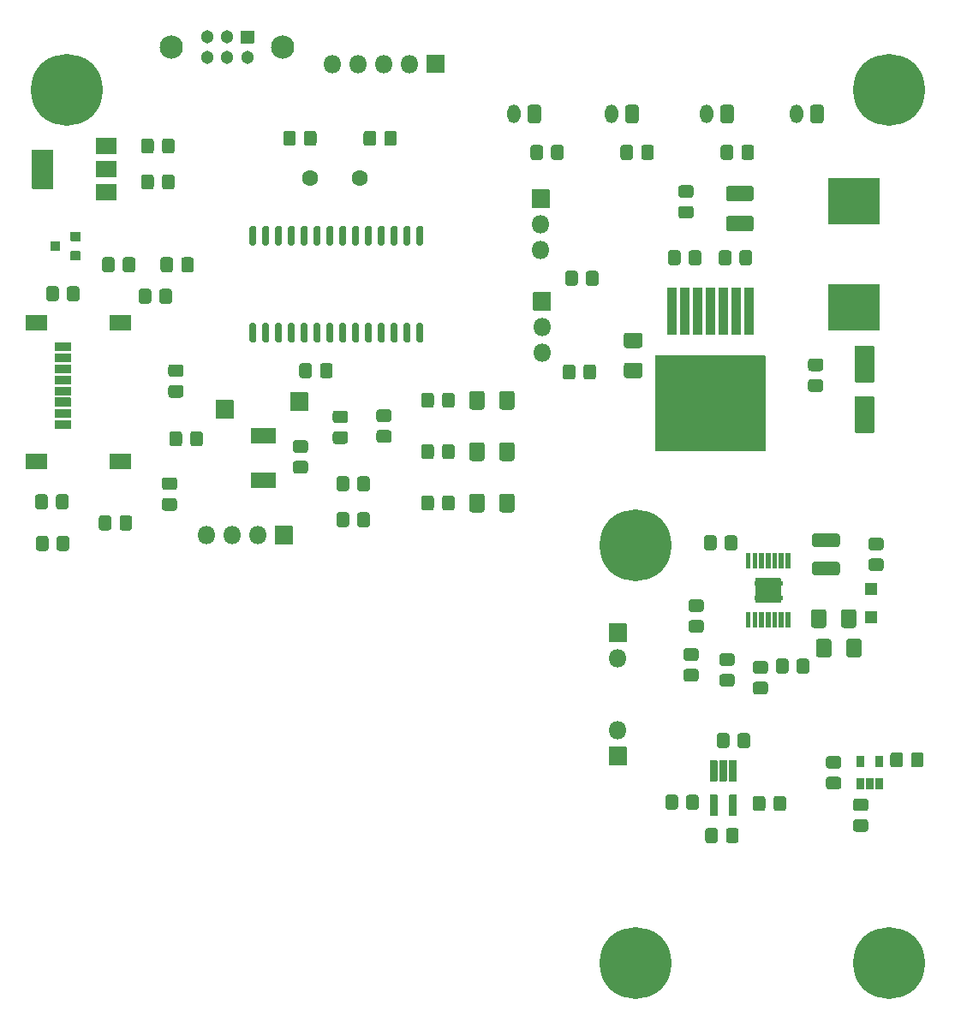
<source format=gbr>
%TF.GenerationSoftware,KiCad,Pcbnew,(5.1.9)-1*%
%TF.CreationDate,2021-07-13T18:02:15-04:00*%
%TF.ProjectId,detector_support,64657465-6374-46f7-925f-737570706f72,rev?*%
%TF.SameCoordinates,Original*%
%TF.FileFunction,Soldermask,Top*%
%TF.FilePolarity,Negative*%
%FSLAX46Y46*%
G04 Gerber Fmt 4.6, Leading zero omitted, Abs format (unit mm)*
G04 Created by KiCad (PCBNEW (5.1.9)-1) date 2021-07-13 18:02:15*
%MOMM*%
%LPD*%
G01*
G04 APERTURE LIST*
%ADD10C,0.100000*%
%ADD11C,7.101600*%
%ADD12O,1.801600X1.801600*%
%ADD13C,2.301600*%
%ADD14C,1.301600*%
%ADD15C,1.601600*%
%ADD16O,1.301600X1.851600*%
G04 APERTURE END LIST*
D10*
%TO.C,U6*%
G36*
X158282000Y-104690000D02*
G01*
X158182000Y-104690000D01*
X158182000Y-105040000D01*
X158282000Y-105040000D01*
X158282000Y-104690000D01*
G37*
X158282000Y-104690000D02*
X158182000Y-104690000D01*
X158182000Y-105040000D01*
X158282000Y-105040000D01*
X158282000Y-104690000D01*
G36*
X158282000Y-103590000D02*
G01*
X158182000Y-103590000D01*
X158182000Y-103240000D01*
X158282000Y-103240000D01*
X158282000Y-103590000D01*
G37*
X158282000Y-103590000D02*
X158182000Y-103590000D01*
X158182000Y-103240000D01*
X158282000Y-103240000D01*
X158282000Y-103590000D01*
G36*
X160742000Y-103590000D02*
G01*
X160842000Y-103590000D01*
X160842000Y-103240000D01*
X160742000Y-103240000D01*
X160742000Y-103590000D01*
G37*
X160742000Y-103590000D02*
X160842000Y-103590000D01*
X160842000Y-103240000D01*
X160742000Y-103240000D01*
X160742000Y-103590000D01*
G36*
X160742000Y-104690000D02*
G01*
X160842000Y-104690000D01*
X160842000Y-105040000D01*
X160742000Y-105040000D01*
X160742000Y-104690000D01*
G37*
X160742000Y-104690000D02*
X160842000Y-104690000D01*
X160842000Y-105040000D01*
X160742000Y-105040000D01*
X160742000Y-104690000D01*
G36*
X158282000Y-104690000D02*
G01*
X158182000Y-104690000D01*
X158182000Y-105040000D01*
X158282000Y-105040000D01*
X158282000Y-104690000D01*
G37*
X158282000Y-104690000D02*
X158182000Y-104690000D01*
X158182000Y-105040000D01*
X158282000Y-105040000D01*
X158282000Y-104690000D01*
G36*
X158282000Y-103590000D02*
G01*
X158182000Y-103590000D01*
X158182000Y-103240000D01*
X158282000Y-103240000D01*
X158282000Y-103590000D01*
G37*
X158282000Y-103590000D02*
X158182000Y-103590000D01*
X158182000Y-103240000D01*
X158282000Y-103240000D01*
X158282000Y-103590000D01*
G36*
X160742000Y-103590000D02*
G01*
X160842000Y-103590000D01*
X160842000Y-103240000D01*
X160742000Y-103240000D01*
X160742000Y-103590000D01*
G37*
X160742000Y-103590000D02*
X160842000Y-103590000D01*
X160842000Y-103240000D01*
X160742000Y-103240000D01*
X160742000Y-103590000D01*
G36*
X160742000Y-104690000D02*
G01*
X160842000Y-104690000D01*
X160842000Y-105040000D01*
X160742000Y-105040000D01*
X160742000Y-104690000D01*
G37*
X160742000Y-104690000D02*
X160842000Y-104690000D01*
X160842000Y-105040000D01*
X160742000Y-105040000D01*
X160742000Y-104690000D01*
%TD*%
%TO.C,U5*%
G36*
G01*
X124919600Y-77712400D02*
X125270400Y-77712400D01*
G75*
G02*
X125445800Y-77887800I0J-175400D01*
G01*
X125445800Y-79438600D01*
G75*
G02*
X125270400Y-79614000I-175400J0D01*
G01*
X124919600Y-79614000D01*
G75*
G02*
X124744200Y-79438600I0J175400D01*
G01*
X124744200Y-77887800D01*
G75*
G02*
X124919600Y-77712400I175400J0D01*
G01*
G37*
G36*
G01*
X123649600Y-77712400D02*
X124000400Y-77712400D01*
G75*
G02*
X124175800Y-77887800I0J-175400D01*
G01*
X124175800Y-79438600D01*
G75*
G02*
X124000400Y-79614000I-175400J0D01*
G01*
X123649600Y-79614000D01*
G75*
G02*
X123474200Y-79438600I0J175400D01*
G01*
X123474200Y-77887800D01*
G75*
G02*
X123649600Y-77712400I175400J0D01*
G01*
G37*
G36*
G01*
X122379600Y-77712400D02*
X122730400Y-77712400D01*
G75*
G02*
X122905800Y-77887800I0J-175400D01*
G01*
X122905800Y-79438600D01*
G75*
G02*
X122730400Y-79614000I-175400J0D01*
G01*
X122379600Y-79614000D01*
G75*
G02*
X122204200Y-79438600I0J175400D01*
G01*
X122204200Y-77887800D01*
G75*
G02*
X122379600Y-77712400I175400J0D01*
G01*
G37*
G36*
G01*
X121109600Y-77712400D02*
X121460400Y-77712400D01*
G75*
G02*
X121635800Y-77887800I0J-175400D01*
G01*
X121635800Y-79438600D01*
G75*
G02*
X121460400Y-79614000I-175400J0D01*
G01*
X121109600Y-79614000D01*
G75*
G02*
X120934200Y-79438600I0J175400D01*
G01*
X120934200Y-77887800D01*
G75*
G02*
X121109600Y-77712400I175400J0D01*
G01*
G37*
G36*
G01*
X119839600Y-77712400D02*
X120190400Y-77712400D01*
G75*
G02*
X120365800Y-77887800I0J-175400D01*
G01*
X120365800Y-79438600D01*
G75*
G02*
X120190400Y-79614000I-175400J0D01*
G01*
X119839600Y-79614000D01*
G75*
G02*
X119664200Y-79438600I0J175400D01*
G01*
X119664200Y-77887800D01*
G75*
G02*
X119839600Y-77712400I175400J0D01*
G01*
G37*
G36*
G01*
X118569600Y-77712400D02*
X118920400Y-77712400D01*
G75*
G02*
X119095800Y-77887800I0J-175400D01*
G01*
X119095800Y-79438600D01*
G75*
G02*
X118920400Y-79614000I-175400J0D01*
G01*
X118569600Y-79614000D01*
G75*
G02*
X118394200Y-79438600I0J175400D01*
G01*
X118394200Y-77887800D01*
G75*
G02*
X118569600Y-77712400I175400J0D01*
G01*
G37*
G36*
G01*
X117299600Y-77712400D02*
X117650400Y-77712400D01*
G75*
G02*
X117825800Y-77887800I0J-175400D01*
G01*
X117825800Y-79438600D01*
G75*
G02*
X117650400Y-79614000I-175400J0D01*
G01*
X117299600Y-79614000D01*
G75*
G02*
X117124200Y-79438600I0J175400D01*
G01*
X117124200Y-77887800D01*
G75*
G02*
X117299600Y-77712400I175400J0D01*
G01*
G37*
G36*
G01*
X116029600Y-77712400D02*
X116380400Y-77712400D01*
G75*
G02*
X116555800Y-77887800I0J-175400D01*
G01*
X116555800Y-79438600D01*
G75*
G02*
X116380400Y-79614000I-175400J0D01*
G01*
X116029600Y-79614000D01*
G75*
G02*
X115854200Y-79438600I0J175400D01*
G01*
X115854200Y-77887800D01*
G75*
G02*
X116029600Y-77712400I175400J0D01*
G01*
G37*
G36*
G01*
X114759600Y-77712400D02*
X115110400Y-77712400D01*
G75*
G02*
X115285800Y-77887800I0J-175400D01*
G01*
X115285800Y-79438600D01*
G75*
G02*
X115110400Y-79614000I-175400J0D01*
G01*
X114759600Y-79614000D01*
G75*
G02*
X114584200Y-79438600I0J175400D01*
G01*
X114584200Y-77887800D01*
G75*
G02*
X114759600Y-77712400I175400J0D01*
G01*
G37*
G36*
G01*
X113489600Y-77712400D02*
X113840400Y-77712400D01*
G75*
G02*
X114015800Y-77887800I0J-175400D01*
G01*
X114015800Y-79438600D01*
G75*
G02*
X113840400Y-79614000I-175400J0D01*
G01*
X113489600Y-79614000D01*
G75*
G02*
X113314200Y-79438600I0J175400D01*
G01*
X113314200Y-77887800D01*
G75*
G02*
X113489600Y-77712400I175400J0D01*
G01*
G37*
G36*
G01*
X112219600Y-77712400D02*
X112570400Y-77712400D01*
G75*
G02*
X112745800Y-77887800I0J-175400D01*
G01*
X112745800Y-79438600D01*
G75*
G02*
X112570400Y-79614000I-175400J0D01*
G01*
X112219600Y-79614000D01*
G75*
G02*
X112044200Y-79438600I0J175400D01*
G01*
X112044200Y-77887800D01*
G75*
G02*
X112219600Y-77712400I175400J0D01*
G01*
G37*
G36*
G01*
X110949600Y-77712400D02*
X111300400Y-77712400D01*
G75*
G02*
X111475800Y-77887800I0J-175400D01*
G01*
X111475800Y-79438600D01*
G75*
G02*
X111300400Y-79614000I-175400J0D01*
G01*
X110949600Y-79614000D01*
G75*
G02*
X110774200Y-79438600I0J175400D01*
G01*
X110774200Y-77887800D01*
G75*
G02*
X110949600Y-77712400I175400J0D01*
G01*
G37*
G36*
G01*
X109679600Y-77712400D02*
X110030400Y-77712400D01*
G75*
G02*
X110205800Y-77887800I0J-175400D01*
G01*
X110205800Y-79438600D01*
G75*
G02*
X110030400Y-79614000I-175400J0D01*
G01*
X109679600Y-79614000D01*
G75*
G02*
X109504200Y-79438600I0J175400D01*
G01*
X109504200Y-77887800D01*
G75*
G02*
X109679600Y-77712400I175400J0D01*
G01*
G37*
G36*
G01*
X108409600Y-77712400D02*
X108760400Y-77712400D01*
G75*
G02*
X108935800Y-77887800I0J-175400D01*
G01*
X108935800Y-79438600D01*
G75*
G02*
X108760400Y-79614000I-175400J0D01*
G01*
X108409600Y-79614000D01*
G75*
G02*
X108234200Y-79438600I0J175400D01*
G01*
X108234200Y-77887800D01*
G75*
G02*
X108409600Y-77712400I175400J0D01*
G01*
G37*
G36*
G01*
X108409600Y-68112400D02*
X108760400Y-68112400D01*
G75*
G02*
X108935800Y-68287800I0J-175400D01*
G01*
X108935800Y-69838600D01*
G75*
G02*
X108760400Y-70014000I-175400J0D01*
G01*
X108409600Y-70014000D01*
G75*
G02*
X108234200Y-69838600I0J175400D01*
G01*
X108234200Y-68287800D01*
G75*
G02*
X108409600Y-68112400I175400J0D01*
G01*
G37*
G36*
G01*
X109679600Y-68112400D02*
X110030400Y-68112400D01*
G75*
G02*
X110205800Y-68287800I0J-175400D01*
G01*
X110205800Y-69838600D01*
G75*
G02*
X110030400Y-70014000I-175400J0D01*
G01*
X109679600Y-70014000D01*
G75*
G02*
X109504200Y-69838600I0J175400D01*
G01*
X109504200Y-68287800D01*
G75*
G02*
X109679600Y-68112400I175400J0D01*
G01*
G37*
G36*
G01*
X110949600Y-68112400D02*
X111300400Y-68112400D01*
G75*
G02*
X111475800Y-68287800I0J-175400D01*
G01*
X111475800Y-69838600D01*
G75*
G02*
X111300400Y-70014000I-175400J0D01*
G01*
X110949600Y-70014000D01*
G75*
G02*
X110774200Y-69838600I0J175400D01*
G01*
X110774200Y-68287800D01*
G75*
G02*
X110949600Y-68112400I175400J0D01*
G01*
G37*
G36*
G01*
X112219600Y-68112400D02*
X112570400Y-68112400D01*
G75*
G02*
X112745800Y-68287800I0J-175400D01*
G01*
X112745800Y-69838600D01*
G75*
G02*
X112570400Y-70014000I-175400J0D01*
G01*
X112219600Y-70014000D01*
G75*
G02*
X112044200Y-69838600I0J175400D01*
G01*
X112044200Y-68287800D01*
G75*
G02*
X112219600Y-68112400I175400J0D01*
G01*
G37*
G36*
G01*
X113489600Y-68112400D02*
X113840400Y-68112400D01*
G75*
G02*
X114015800Y-68287800I0J-175400D01*
G01*
X114015800Y-69838600D01*
G75*
G02*
X113840400Y-70014000I-175400J0D01*
G01*
X113489600Y-70014000D01*
G75*
G02*
X113314200Y-69838600I0J175400D01*
G01*
X113314200Y-68287800D01*
G75*
G02*
X113489600Y-68112400I175400J0D01*
G01*
G37*
G36*
G01*
X114759600Y-68112400D02*
X115110400Y-68112400D01*
G75*
G02*
X115285800Y-68287800I0J-175400D01*
G01*
X115285800Y-69838600D01*
G75*
G02*
X115110400Y-70014000I-175400J0D01*
G01*
X114759600Y-70014000D01*
G75*
G02*
X114584200Y-69838600I0J175400D01*
G01*
X114584200Y-68287800D01*
G75*
G02*
X114759600Y-68112400I175400J0D01*
G01*
G37*
G36*
G01*
X116029600Y-68112400D02*
X116380400Y-68112400D01*
G75*
G02*
X116555800Y-68287800I0J-175400D01*
G01*
X116555800Y-69838600D01*
G75*
G02*
X116380400Y-70014000I-175400J0D01*
G01*
X116029600Y-70014000D01*
G75*
G02*
X115854200Y-69838600I0J175400D01*
G01*
X115854200Y-68287800D01*
G75*
G02*
X116029600Y-68112400I175400J0D01*
G01*
G37*
G36*
G01*
X117299600Y-68112400D02*
X117650400Y-68112400D01*
G75*
G02*
X117825800Y-68287800I0J-175400D01*
G01*
X117825800Y-69838600D01*
G75*
G02*
X117650400Y-70014000I-175400J0D01*
G01*
X117299600Y-70014000D01*
G75*
G02*
X117124200Y-69838600I0J175400D01*
G01*
X117124200Y-68287800D01*
G75*
G02*
X117299600Y-68112400I175400J0D01*
G01*
G37*
G36*
G01*
X118569600Y-68112400D02*
X118920400Y-68112400D01*
G75*
G02*
X119095800Y-68287800I0J-175400D01*
G01*
X119095800Y-69838600D01*
G75*
G02*
X118920400Y-70014000I-175400J0D01*
G01*
X118569600Y-70014000D01*
G75*
G02*
X118394200Y-69838600I0J175400D01*
G01*
X118394200Y-68287800D01*
G75*
G02*
X118569600Y-68112400I175400J0D01*
G01*
G37*
G36*
G01*
X119839600Y-68112400D02*
X120190400Y-68112400D01*
G75*
G02*
X120365800Y-68287800I0J-175400D01*
G01*
X120365800Y-69838600D01*
G75*
G02*
X120190400Y-70014000I-175400J0D01*
G01*
X119839600Y-70014000D01*
G75*
G02*
X119664200Y-69838600I0J175400D01*
G01*
X119664200Y-68287800D01*
G75*
G02*
X119839600Y-68112400I175400J0D01*
G01*
G37*
G36*
G01*
X121109600Y-68112400D02*
X121460400Y-68112400D01*
G75*
G02*
X121635800Y-68287800I0J-175400D01*
G01*
X121635800Y-69838600D01*
G75*
G02*
X121460400Y-70014000I-175400J0D01*
G01*
X121109600Y-70014000D01*
G75*
G02*
X120934200Y-69838600I0J175400D01*
G01*
X120934200Y-68287800D01*
G75*
G02*
X121109600Y-68112400I175400J0D01*
G01*
G37*
G36*
G01*
X122379600Y-68112400D02*
X122730400Y-68112400D01*
G75*
G02*
X122905800Y-68287800I0J-175400D01*
G01*
X122905800Y-69838600D01*
G75*
G02*
X122730400Y-70014000I-175400J0D01*
G01*
X122379600Y-70014000D01*
G75*
G02*
X122204200Y-69838600I0J175400D01*
G01*
X122204200Y-68287800D01*
G75*
G02*
X122379600Y-68112400I175400J0D01*
G01*
G37*
G36*
G01*
X123649600Y-68112400D02*
X124000400Y-68112400D01*
G75*
G02*
X124175800Y-68287800I0J-175400D01*
G01*
X124175800Y-69838600D01*
G75*
G02*
X124000400Y-70014000I-175400J0D01*
G01*
X123649600Y-70014000D01*
G75*
G02*
X123474200Y-69838600I0J175400D01*
G01*
X123474200Y-68287800D01*
G75*
G02*
X123649600Y-68112400I175400J0D01*
G01*
G37*
G36*
G01*
X124919600Y-68112400D02*
X125270400Y-68112400D01*
G75*
G02*
X125445800Y-68287800I0J-175400D01*
G01*
X125445800Y-69838600D01*
G75*
G02*
X125270400Y-70014000I-175400J0D01*
G01*
X124919600Y-70014000D01*
G75*
G02*
X124744200Y-69838600I0J175400D01*
G01*
X124744200Y-68287800D01*
G75*
G02*
X124919600Y-68112400I175400J0D01*
G01*
G37*
%TD*%
%TO.C,TP2*%
G36*
G01*
X104890200Y-87083000D02*
X104890200Y-85383000D01*
G75*
G02*
X104941000Y-85332200I50800J0D01*
G01*
X106641000Y-85332200D01*
G75*
G02*
X106691800Y-85383000I0J-50800D01*
G01*
X106691800Y-87083000D01*
G75*
G02*
X106641000Y-87133800I-50800J0D01*
G01*
X104941000Y-87133800D01*
G75*
G02*
X104890200Y-87083000I0J50800D01*
G01*
G37*
%TD*%
%TO.C,J8*%
G36*
G01*
X88185500Y-78436300D02*
X86185500Y-78436300D01*
G75*
G02*
X86134700Y-78385500I0J50800D01*
G01*
X86134700Y-76935500D01*
G75*
G02*
X86185500Y-76884700I50800J0D01*
G01*
X88185500Y-76884700D01*
G75*
G02*
X88236300Y-76935500I0J-50800D01*
G01*
X88236300Y-78385500D01*
G75*
G02*
X88185500Y-78436300I-50800J0D01*
G01*
G37*
G36*
G01*
X88185500Y-92186300D02*
X86185500Y-92186300D01*
G75*
G02*
X86134700Y-92135500I0J50800D01*
G01*
X86134700Y-90685500D01*
G75*
G02*
X86185500Y-90634700I50800J0D01*
G01*
X88185500Y-90634700D01*
G75*
G02*
X88236300Y-90685500I0J-50800D01*
G01*
X88236300Y-92135500D01*
G75*
G02*
X88185500Y-92186300I-50800J0D01*
G01*
G37*
G36*
G01*
X96485500Y-92186300D02*
X94485500Y-92186300D01*
G75*
G02*
X94434700Y-92135500I0J50800D01*
G01*
X94434700Y-90685500D01*
G75*
G02*
X94485500Y-90634700I50800J0D01*
G01*
X96485500Y-90634700D01*
G75*
G02*
X96536300Y-90685500I0J-50800D01*
G01*
X96536300Y-92135500D01*
G75*
G02*
X96485500Y-92186300I-50800J0D01*
G01*
G37*
G36*
G01*
X96485500Y-78436300D02*
X94485500Y-78436300D01*
G75*
G02*
X94434700Y-78385500I0J50800D01*
G01*
X94434700Y-76935500D01*
G75*
G02*
X94485500Y-76884700I50800J0D01*
G01*
X96485500Y-76884700D01*
G75*
G02*
X96536300Y-76935500I0J-50800D01*
G01*
X96536300Y-78385500D01*
G75*
G02*
X96485500Y-78436300I-50800J0D01*
G01*
G37*
G36*
G01*
X90535500Y-80491300D02*
X89035500Y-80491300D01*
G75*
G02*
X88984700Y-80440500I0J50800D01*
G01*
X88984700Y-79640500D01*
G75*
G02*
X89035500Y-79589700I50800J0D01*
G01*
X90535500Y-79589700D01*
G75*
G02*
X90586300Y-79640500I0J-50800D01*
G01*
X90586300Y-80440500D01*
G75*
G02*
X90535500Y-80491300I-50800J0D01*
G01*
G37*
G36*
G01*
X90535500Y-81591300D02*
X89035500Y-81591300D01*
G75*
G02*
X88984700Y-81540500I0J50800D01*
G01*
X88984700Y-80740500D01*
G75*
G02*
X89035500Y-80689700I50800J0D01*
G01*
X90535500Y-80689700D01*
G75*
G02*
X90586300Y-80740500I0J-50800D01*
G01*
X90586300Y-81540500D01*
G75*
G02*
X90535500Y-81591300I-50800J0D01*
G01*
G37*
G36*
G01*
X90535500Y-82691300D02*
X89035500Y-82691300D01*
G75*
G02*
X88984700Y-82640500I0J50800D01*
G01*
X88984700Y-81840500D01*
G75*
G02*
X89035500Y-81789700I50800J0D01*
G01*
X90535500Y-81789700D01*
G75*
G02*
X90586300Y-81840500I0J-50800D01*
G01*
X90586300Y-82640500D01*
G75*
G02*
X90535500Y-82691300I-50800J0D01*
G01*
G37*
G36*
G01*
X90545500Y-83791300D02*
X89045500Y-83791300D01*
G75*
G02*
X88994700Y-83740500I0J50800D01*
G01*
X88994700Y-82940500D01*
G75*
G02*
X89045500Y-82889700I50800J0D01*
G01*
X90545500Y-82889700D01*
G75*
G02*
X90596300Y-82940500I0J-50800D01*
G01*
X90596300Y-83740500D01*
G75*
G02*
X90545500Y-83791300I-50800J0D01*
G01*
G37*
G36*
G01*
X90535500Y-84891300D02*
X89035500Y-84891300D01*
G75*
G02*
X88984700Y-84840500I0J50800D01*
G01*
X88984700Y-84040500D01*
G75*
G02*
X89035500Y-83989700I50800J0D01*
G01*
X90535500Y-83989700D01*
G75*
G02*
X90586300Y-84040500I0J-50800D01*
G01*
X90586300Y-84840500D01*
G75*
G02*
X90535500Y-84891300I-50800J0D01*
G01*
G37*
G36*
G01*
X90535500Y-85981300D02*
X89035500Y-85981300D01*
G75*
G02*
X88984700Y-85930500I0J50800D01*
G01*
X88984700Y-85130500D01*
G75*
G02*
X89035500Y-85079700I50800J0D01*
G01*
X90535500Y-85079700D01*
G75*
G02*
X90586300Y-85130500I0J-50800D01*
G01*
X90586300Y-85930500D01*
G75*
G02*
X90535500Y-85981300I-50800J0D01*
G01*
G37*
G36*
G01*
X90535500Y-87091300D02*
X89035500Y-87091300D01*
G75*
G02*
X88984700Y-87040500I0J50800D01*
G01*
X88984700Y-86240500D01*
G75*
G02*
X89035500Y-86189700I50800J0D01*
G01*
X90535500Y-86189700D01*
G75*
G02*
X90586300Y-86240500I0J-50800D01*
G01*
X90586300Y-87040500D01*
G75*
G02*
X90535500Y-87091300I-50800J0D01*
G01*
G37*
G36*
G01*
X90535500Y-88191300D02*
X89035500Y-88191300D01*
G75*
G02*
X88984700Y-88140500I0J50800D01*
G01*
X88984700Y-87340500D01*
G75*
G02*
X89035500Y-87289700I50800J0D01*
G01*
X90535500Y-87289700D01*
G75*
G02*
X90586300Y-87340500I0J-50800D01*
G01*
X90586300Y-88140500D01*
G75*
G02*
X90535500Y-88191300I-50800J0D01*
G01*
G37*
%TD*%
D11*
%TO.C,REF\u002A\u002A*%
X146431000Y-140970000D03*
%TD*%
D12*
%TO.C,J11*%
X104013000Y-98679000D03*
X106553000Y-98679000D03*
X109093000Y-98679000D03*
G36*
G01*
X110783000Y-97778200D02*
X112483000Y-97778200D01*
G75*
G02*
X112533800Y-97829000I0J-50800D01*
G01*
X112533800Y-99529000D01*
G75*
G02*
X112483000Y-99579800I-50800J0D01*
G01*
X110783000Y-99579800D01*
G75*
G02*
X110732200Y-99529000I0J50800D01*
G01*
X110732200Y-97829000D01*
G75*
G02*
X110783000Y-97778200I50800J0D01*
G01*
G37*
%TD*%
%TO.C,J2*%
X144653000Y-110871000D03*
G36*
G01*
X143752200Y-109181000D02*
X143752200Y-107481000D01*
G75*
G02*
X143803000Y-107430200I50800J0D01*
G01*
X145503000Y-107430200D01*
G75*
G02*
X145553800Y-107481000I0J-50800D01*
G01*
X145553800Y-109181000D01*
G75*
G02*
X145503000Y-109231800I-50800J0D01*
G01*
X143803000Y-109231800D01*
G75*
G02*
X143752200Y-109181000I0J50800D01*
G01*
G37*
%TD*%
%TO.C,C1*%
G36*
G01*
X155683800Y-118520285D02*
X155683800Y-119477715D01*
G75*
G02*
X155411715Y-119749800I-272085J0D01*
G01*
X154704285Y-119749800D01*
G75*
G02*
X154432200Y-119477715I0J272085D01*
G01*
X154432200Y-118520285D01*
G75*
G02*
X154704285Y-118248200I272085J0D01*
G01*
X155411715Y-118248200D01*
G75*
G02*
X155683800Y-118520285I0J-272085D01*
G01*
G37*
G36*
G01*
X157733800Y-118520285D02*
X157733800Y-119477715D01*
G75*
G02*
X157461715Y-119749800I-272085J0D01*
G01*
X156754285Y-119749800D01*
G75*
G02*
X156482200Y-119477715I0J272085D01*
G01*
X156482200Y-118520285D01*
G75*
G02*
X156754285Y-118248200I272085J0D01*
G01*
X157461715Y-118248200D01*
G75*
G02*
X157733800Y-118520285I0J-272085D01*
G01*
G37*
%TD*%
%TO.C,C26*%
G36*
G01*
X155610024Y-67108700D02*
X157825976Y-67108700D01*
G75*
G02*
X158093800Y-67376524I0J-267824D01*
G01*
X158093800Y-68367476D01*
G75*
G02*
X157825976Y-68635300I-267824J0D01*
G01*
X155610024Y-68635300D01*
G75*
G02*
X155342200Y-68367476I0J267824D01*
G01*
X155342200Y-67376524D01*
G75*
G02*
X155610024Y-67108700I267824J0D01*
G01*
G37*
G36*
G01*
X155610024Y-64133700D02*
X157825976Y-64133700D01*
G75*
G02*
X158093800Y-64401524I0J-267824D01*
G01*
X158093800Y-65392476D01*
G75*
G02*
X157825976Y-65660300I-267824J0D01*
G01*
X155610024Y-65660300D01*
G75*
G02*
X155342200Y-65392476I0J267824D01*
G01*
X155342200Y-64401524D01*
G75*
G02*
X155610024Y-64133700I267824J0D01*
G01*
G37*
%TD*%
%TO.C,C22*%
G36*
G01*
X145519024Y-81623200D02*
X146834976Y-81623200D01*
G75*
G02*
X147102800Y-81891024I0J-267824D01*
G01*
X147102800Y-82881976D01*
G75*
G02*
X146834976Y-83149800I-267824J0D01*
G01*
X145519024Y-83149800D01*
G75*
G02*
X145251200Y-82881976I0J267824D01*
G01*
X145251200Y-81891024D01*
G75*
G02*
X145519024Y-81623200I267824J0D01*
G01*
G37*
G36*
G01*
X145519024Y-78648200D02*
X146834976Y-78648200D01*
G75*
G02*
X147102800Y-78916024I0J-267824D01*
G01*
X147102800Y-79906976D01*
G75*
G02*
X146834976Y-80174800I-267824J0D01*
G01*
X145519024Y-80174800D01*
G75*
G02*
X145251200Y-79906976I0J267824D01*
G01*
X145251200Y-78916024D01*
G75*
G02*
X145519024Y-78648200I267824J0D01*
G01*
G37*
%TD*%
%TO.C,C16*%
G36*
G01*
X165772800Y-109197024D02*
X165772800Y-110512976D01*
G75*
G02*
X165504976Y-110780800I-267824J0D01*
G01*
X164514024Y-110780800D01*
G75*
G02*
X164246200Y-110512976I0J267824D01*
G01*
X164246200Y-109197024D01*
G75*
G02*
X164514024Y-108929200I267824J0D01*
G01*
X165504976Y-108929200D01*
G75*
G02*
X165772800Y-109197024I0J-267824D01*
G01*
G37*
G36*
G01*
X168747800Y-109197024D02*
X168747800Y-110512976D01*
G75*
G02*
X168479976Y-110780800I-267824J0D01*
G01*
X167489024Y-110780800D01*
G75*
G02*
X167221200Y-110512976I0J267824D01*
G01*
X167221200Y-109197024D01*
G75*
G02*
X167489024Y-108929200I267824J0D01*
G01*
X168479976Y-108929200D01*
G75*
G02*
X168747800Y-109197024I0J-267824D01*
G01*
G37*
%TD*%
%TO.C,C15*%
G36*
G01*
X165264800Y-106276024D02*
X165264800Y-107591976D01*
G75*
G02*
X164996976Y-107859800I-267824J0D01*
G01*
X164006024Y-107859800D01*
G75*
G02*
X163738200Y-107591976I0J267824D01*
G01*
X163738200Y-106276024D01*
G75*
G02*
X164006024Y-106008200I267824J0D01*
G01*
X164996976Y-106008200D01*
G75*
G02*
X165264800Y-106276024I0J-267824D01*
G01*
G37*
G36*
G01*
X168239800Y-106276024D02*
X168239800Y-107591976D01*
G75*
G02*
X167971976Y-107859800I-267824J0D01*
G01*
X166981024Y-107859800D01*
G75*
G02*
X166713200Y-107591976I0J267824D01*
G01*
X166713200Y-106276024D01*
G75*
G02*
X166981024Y-106008200I267824J0D01*
G01*
X167971976Y-106008200D01*
G75*
G02*
X168239800Y-106276024I0J-267824D01*
G01*
G37*
%TD*%
D11*
%TO.C,REF\u002A\u002A*%
X90170000Y-54610000D03*
%TD*%
%TO.C,REF\u002A\u002A*%
X171450000Y-54610000D03*
%TD*%
%TO.C,REF\u002A\u002A*%
X171450000Y-140970000D03*
%TD*%
%TO.C,REF\u002A\u002A*%
X146431000Y-99695000D03*
%TD*%
D13*
%TO.C,J10*%
X111545000Y-50419000D03*
X100545000Y-50419000D03*
D14*
X108045000Y-51419000D03*
X106045000Y-51419000D03*
X104045000Y-51419000D03*
X104045000Y-49419000D03*
G36*
G01*
X108695800Y-48819000D02*
X108695800Y-50019000D01*
G75*
G02*
X108645000Y-50069800I-50800J0D01*
G01*
X107445000Y-50069800D01*
G75*
G02*
X107394200Y-50019000I0J50800D01*
G01*
X107394200Y-48819000D01*
G75*
G02*
X107445000Y-48768200I50800J0D01*
G01*
X108645000Y-48768200D01*
G75*
G02*
X108695800Y-48819000I0J-50800D01*
G01*
G37*
X106045000Y-49419000D03*
%TD*%
%TO.C,U3*%
G36*
G01*
X155692000Y-124357200D02*
X156342000Y-124357200D01*
G75*
G02*
X156392800Y-124408000I0J-50800D01*
G01*
X156392800Y-126408000D01*
G75*
G02*
X156342000Y-126458800I-50800J0D01*
G01*
X155692000Y-126458800D01*
G75*
G02*
X155641200Y-126408000I0J50800D01*
G01*
X155641200Y-124408000D01*
G75*
G02*
X155692000Y-124357200I50800J0D01*
G01*
G37*
G36*
G01*
X153792000Y-124357200D02*
X154442000Y-124357200D01*
G75*
G02*
X154492800Y-124408000I0J-50800D01*
G01*
X154492800Y-126408000D01*
G75*
G02*
X154442000Y-126458800I-50800J0D01*
G01*
X153792000Y-126458800D01*
G75*
G02*
X153741200Y-126408000I0J50800D01*
G01*
X153741200Y-124408000D01*
G75*
G02*
X153792000Y-124357200I50800J0D01*
G01*
G37*
G36*
G01*
X153792000Y-120937200D02*
X154442000Y-120937200D01*
G75*
G02*
X154492800Y-120988000I0J-50800D01*
G01*
X154492800Y-122988000D01*
G75*
G02*
X154442000Y-123038800I-50800J0D01*
G01*
X153792000Y-123038800D01*
G75*
G02*
X153741200Y-122988000I0J50800D01*
G01*
X153741200Y-120988000D01*
G75*
G02*
X153792000Y-120937200I50800J0D01*
G01*
G37*
G36*
G01*
X154742000Y-120937200D02*
X155392000Y-120937200D01*
G75*
G02*
X155442800Y-120988000I0J-50800D01*
G01*
X155442800Y-122988000D01*
G75*
G02*
X155392000Y-123038800I-50800J0D01*
G01*
X154742000Y-123038800D01*
G75*
G02*
X154691200Y-122988000I0J50800D01*
G01*
X154691200Y-120988000D01*
G75*
G02*
X154742000Y-120937200I50800J0D01*
G01*
G37*
G36*
G01*
X155692000Y-120937200D02*
X156342000Y-120937200D01*
G75*
G02*
X156392800Y-120988000I0J-50800D01*
G01*
X156392800Y-122988000D01*
G75*
G02*
X156342000Y-123038800I-50800J0D01*
G01*
X155692000Y-123038800D01*
G75*
G02*
X155641200Y-122988000I0J50800D01*
G01*
X155641200Y-120988000D01*
G75*
G02*
X155692000Y-120937200I50800J0D01*
G01*
G37*
%TD*%
%TO.C,U1*%
G36*
G01*
X148397000Y-80910700D02*
X159197000Y-80910700D01*
G75*
G02*
X159247800Y-80961500I0J-50800D01*
G01*
X159247800Y-90361500D01*
G75*
G02*
X159197000Y-90412300I-50800J0D01*
G01*
X148397000Y-90412300D01*
G75*
G02*
X148346200Y-90361500I0J50800D01*
G01*
X148346200Y-80961500D01*
G75*
G02*
X148397000Y-80910700I50800J0D01*
G01*
G37*
G36*
G01*
X149587000Y-74160700D02*
X150387000Y-74160700D01*
G75*
G02*
X150437800Y-74211500I0J-50800D01*
G01*
X150437800Y-78811500D01*
G75*
G02*
X150387000Y-78862300I-50800J0D01*
G01*
X149587000Y-78862300D01*
G75*
G02*
X149536200Y-78811500I0J50800D01*
G01*
X149536200Y-74211500D01*
G75*
G02*
X149587000Y-74160700I50800J0D01*
G01*
G37*
G36*
G01*
X150857000Y-74160700D02*
X151657000Y-74160700D01*
G75*
G02*
X151707800Y-74211500I0J-50800D01*
G01*
X151707800Y-78811500D01*
G75*
G02*
X151657000Y-78862300I-50800J0D01*
G01*
X150857000Y-78862300D01*
G75*
G02*
X150806200Y-78811500I0J50800D01*
G01*
X150806200Y-74211500D01*
G75*
G02*
X150857000Y-74160700I50800J0D01*
G01*
G37*
G36*
G01*
X152127000Y-74160700D02*
X152927000Y-74160700D01*
G75*
G02*
X152977800Y-74211500I0J-50800D01*
G01*
X152977800Y-78811500D01*
G75*
G02*
X152927000Y-78862300I-50800J0D01*
G01*
X152127000Y-78862300D01*
G75*
G02*
X152076200Y-78811500I0J50800D01*
G01*
X152076200Y-74211500D01*
G75*
G02*
X152127000Y-74160700I50800J0D01*
G01*
G37*
G36*
G01*
X153397000Y-74160700D02*
X154197000Y-74160700D01*
G75*
G02*
X154247800Y-74211500I0J-50800D01*
G01*
X154247800Y-78811500D01*
G75*
G02*
X154197000Y-78862300I-50800J0D01*
G01*
X153397000Y-78862300D01*
G75*
G02*
X153346200Y-78811500I0J50800D01*
G01*
X153346200Y-74211500D01*
G75*
G02*
X153397000Y-74160700I50800J0D01*
G01*
G37*
G36*
G01*
X154667000Y-74160700D02*
X155467000Y-74160700D01*
G75*
G02*
X155517800Y-74211500I0J-50800D01*
G01*
X155517800Y-78811500D01*
G75*
G02*
X155467000Y-78862300I-50800J0D01*
G01*
X154667000Y-78862300D01*
G75*
G02*
X154616200Y-78811500I0J50800D01*
G01*
X154616200Y-74211500D01*
G75*
G02*
X154667000Y-74160700I50800J0D01*
G01*
G37*
G36*
G01*
X155937000Y-74160700D02*
X156737000Y-74160700D01*
G75*
G02*
X156787800Y-74211500I0J-50800D01*
G01*
X156787800Y-78811500D01*
G75*
G02*
X156737000Y-78862300I-50800J0D01*
G01*
X155937000Y-78862300D01*
G75*
G02*
X155886200Y-78811500I0J50800D01*
G01*
X155886200Y-74211500D01*
G75*
G02*
X155937000Y-74160700I50800J0D01*
G01*
G37*
G36*
G01*
X157207000Y-74160700D02*
X158007000Y-74160700D01*
G75*
G02*
X158057800Y-74211500I0J-50800D01*
G01*
X158057800Y-78811500D01*
G75*
G02*
X158007000Y-78862300I-50800J0D01*
G01*
X157207000Y-78862300D01*
G75*
G02*
X157156200Y-78811500I0J50800D01*
G01*
X157156200Y-74211500D01*
G75*
G02*
X157207000Y-74160700I50800J0D01*
G01*
G37*
%TD*%
D15*
%TO.C,Y1*%
X114246000Y-63373000D03*
X119126000Y-63373000D03*
%TD*%
%TO.C,J1*%
G36*
G01*
X125769000Y-51169200D02*
X127469000Y-51169200D01*
G75*
G02*
X127519800Y-51220000I0J-50800D01*
G01*
X127519800Y-52920000D01*
G75*
G02*
X127469000Y-52970800I-50800J0D01*
G01*
X125769000Y-52970800D01*
G75*
G02*
X125718200Y-52920000I0J50800D01*
G01*
X125718200Y-51220000D01*
G75*
G02*
X125769000Y-51169200I50800J0D01*
G01*
G37*
D12*
X124079000Y-52070000D03*
X121539000Y-52070000D03*
X118999000Y-52070000D03*
X116459000Y-52070000D03*
%TD*%
%TO.C,C4*%
G36*
G01*
X173627200Y-121382715D02*
X173627200Y-120425285D01*
G75*
G02*
X173899285Y-120153200I272085J0D01*
G01*
X174606715Y-120153200D01*
G75*
G02*
X174878800Y-120425285I0J-272085D01*
G01*
X174878800Y-121382715D01*
G75*
G02*
X174606715Y-121654800I-272085J0D01*
G01*
X173899285Y-121654800D01*
G75*
G02*
X173627200Y-121382715I0J272085D01*
G01*
G37*
G36*
G01*
X171577200Y-121382715D02*
X171577200Y-120425285D01*
G75*
G02*
X171849285Y-120153200I272085J0D01*
G01*
X172556715Y-120153200D01*
G75*
G02*
X172828800Y-120425285I0J-272085D01*
G01*
X172828800Y-121382715D01*
G75*
G02*
X172556715Y-121654800I-272085J0D01*
G01*
X171849285Y-121654800D01*
G75*
G02*
X171577200Y-121382715I0J272085D01*
G01*
G37*
%TD*%
%TO.C,R19*%
G36*
G01*
X102380200Y-89632715D02*
X102380200Y-88675285D01*
G75*
G02*
X102652285Y-88403200I272085J0D01*
G01*
X103359715Y-88403200D01*
G75*
G02*
X103631800Y-88675285I0J-272085D01*
G01*
X103631800Y-89632715D01*
G75*
G02*
X103359715Y-89904800I-272085J0D01*
G01*
X102652285Y-89904800D01*
G75*
G02*
X102380200Y-89632715I0J272085D01*
G01*
G37*
G36*
G01*
X100330200Y-89632715D02*
X100330200Y-88675285D01*
G75*
G02*
X100602285Y-88403200I272085J0D01*
G01*
X101309715Y-88403200D01*
G75*
G02*
X101581800Y-88675285I0J-272085D01*
G01*
X101581800Y-89632715D01*
G75*
G02*
X101309715Y-89904800I-272085J0D01*
G01*
X100602285Y-89904800D01*
G75*
G02*
X100330200Y-89632715I0J272085D01*
G01*
G37*
%TD*%
%TO.C,L2*%
G36*
G01*
X170571800Y-63386500D02*
X170571800Y-67886500D01*
G75*
G02*
X170521000Y-67937300I-50800J0D01*
G01*
X165521000Y-67937300D01*
G75*
G02*
X165470200Y-67886500I0J50800D01*
G01*
X165470200Y-63386500D01*
G75*
G02*
X165521000Y-63335700I50800J0D01*
G01*
X170521000Y-63335700D01*
G75*
G02*
X170571800Y-63386500I0J-50800D01*
G01*
G37*
G36*
G01*
X170571800Y-73886500D02*
X170571800Y-78386500D01*
G75*
G02*
X170521000Y-78437300I-50800J0D01*
G01*
X165521000Y-78437300D01*
G75*
G02*
X165470200Y-78386500I0J50800D01*
G01*
X165470200Y-73886500D01*
G75*
G02*
X165521000Y-73835700I50800J0D01*
G01*
X170521000Y-73835700D01*
G75*
G02*
X170571800Y-73886500I0J-50800D01*
G01*
G37*
%TD*%
%TO.C,R2*%
G36*
G01*
X150905285Y-66121700D02*
X151862715Y-66121700D01*
G75*
G02*
X152134800Y-66393785I0J-272085D01*
G01*
X152134800Y-67101215D01*
G75*
G02*
X151862715Y-67373300I-272085J0D01*
G01*
X150905285Y-67373300D01*
G75*
G02*
X150633200Y-67101215I0J272085D01*
G01*
X150633200Y-66393785D01*
G75*
G02*
X150905285Y-66121700I272085J0D01*
G01*
G37*
G36*
G01*
X150905285Y-64071700D02*
X151862715Y-64071700D01*
G75*
G02*
X152134800Y-64343785I0J-272085D01*
G01*
X152134800Y-65051215D01*
G75*
G02*
X151862715Y-65323300I-272085J0D01*
G01*
X150905285Y-65323300D01*
G75*
G02*
X150633200Y-65051215I0J272085D01*
G01*
X150633200Y-64343785D01*
G75*
G02*
X150905285Y-64071700I272085J0D01*
G01*
G37*
%TD*%
%TO.C,D7*%
G36*
G01*
X168137000Y-84963700D02*
X169937000Y-84963700D01*
G75*
G02*
X169987800Y-85014500I0J-50800D01*
G01*
X169987800Y-88514500D01*
G75*
G02*
X169937000Y-88565300I-50800J0D01*
G01*
X168137000Y-88565300D01*
G75*
G02*
X168086200Y-88514500I0J50800D01*
G01*
X168086200Y-85014500D01*
G75*
G02*
X168137000Y-84963700I50800J0D01*
G01*
G37*
G36*
G01*
X168137000Y-79963700D02*
X169937000Y-79963700D01*
G75*
G02*
X169987800Y-80014500I0J-50800D01*
G01*
X169987800Y-83514500D01*
G75*
G02*
X169937000Y-83565300I-50800J0D01*
G01*
X168137000Y-83565300D01*
G75*
G02*
X168086200Y-83514500I0J50800D01*
G01*
X168086200Y-80014500D01*
G75*
G02*
X168137000Y-79963700I50800J0D01*
G01*
G37*
%TD*%
D16*
%TO.C,J6*%
X162338000Y-57023000D03*
G36*
G01*
X164988800Y-56368365D02*
X164988800Y-57677635D01*
G75*
G02*
X164717635Y-57948800I-271165J0D01*
G01*
X163958365Y-57948800D01*
G75*
G02*
X163687200Y-57677635I0J271165D01*
G01*
X163687200Y-56368365D01*
G75*
G02*
X163958365Y-56097200I271165J0D01*
G01*
X164717635Y-56097200D01*
G75*
G02*
X164988800Y-56368365I0J-271165D01*
G01*
G37*
%TD*%
%TO.C,J5*%
X153448000Y-57023000D03*
G36*
G01*
X156098800Y-56368365D02*
X156098800Y-57677635D01*
G75*
G02*
X155827635Y-57948800I-271165J0D01*
G01*
X155068365Y-57948800D01*
G75*
G02*
X154797200Y-57677635I0J271165D01*
G01*
X154797200Y-56368365D01*
G75*
G02*
X155068365Y-56097200I271165J0D01*
G01*
X155827635Y-56097200D01*
G75*
G02*
X156098800Y-56368365I0J-271165D01*
G01*
G37*
%TD*%
%TO.C,J4*%
X144050000Y-57023000D03*
G36*
G01*
X146700800Y-56368365D02*
X146700800Y-57677635D01*
G75*
G02*
X146429635Y-57948800I-271165J0D01*
G01*
X145670365Y-57948800D01*
G75*
G02*
X145399200Y-57677635I0J271165D01*
G01*
X145399200Y-56368365D01*
G75*
G02*
X145670365Y-56097200I271165J0D01*
G01*
X146429635Y-56097200D01*
G75*
G02*
X146700800Y-56368365I0J-271165D01*
G01*
G37*
%TD*%
%TO.C,J3*%
X134398000Y-57023000D03*
G36*
G01*
X137048800Y-56368365D02*
X137048800Y-57677635D01*
G75*
G02*
X136777635Y-57948800I-271165J0D01*
G01*
X136018365Y-57948800D01*
G75*
G02*
X135747200Y-57677635I0J271165D01*
G01*
X135747200Y-56368365D01*
G75*
G02*
X136018365Y-56097200I271165J0D01*
G01*
X136777635Y-56097200D01*
G75*
G02*
X137048800Y-56368365I0J-271165D01*
G01*
G37*
%TD*%
%TO.C,U6*%
G36*
G01*
X161284234Y-100431600D02*
X161639834Y-100431600D01*
G75*
G02*
X161690634Y-100482400I0J-50800D01*
G01*
X161690634Y-101955600D01*
G75*
G02*
X161639834Y-102006400I-50800J0D01*
G01*
X161284234Y-102006400D01*
G75*
G02*
X161233434Y-101955600I0J50800D01*
G01*
X161233434Y-100482400D01*
G75*
G02*
X161284234Y-100431600I50800J0D01*
G01*
G37*
G36*
G01*
X160634223Y-100431600D02*
X160989823Y-100431600D01*
G75*
G02*
X161040623Y-100482400I0J-50800D01*
G01*
X161040623Y-101955600D01*
G75*
G02*
X160989823Y-102006400I-50800J0D01*
G01*
X160634223Y-102006400D01*
G75*
G02*
X160583423Y-101955600I0J50800D01*
G01*
X160583423Y-100482400D01*
G75*
G02*
X160634223Y-100431600I50800J0D01*
G01*
G37*
G36*
G01*
X159984211Y-100431600D02*
X160339811Y-100431600D01*
G75*
G02*
X160390611Y-100482400I0J-50800D01*
G01*
X160390611Y-101955600D01*
G75*
G02*
X160339811Y-102006400I-50800J0D01*
G01*
X159984211Y-102006400D01*
G75*
G02*
X159933411Y-101955600I0J50800D01*
G01*
X159933411Y-100482400D01*
G75*
G02*
X159984211Y-100431600I50800J0D01*
G01*
G37*
G36*
G01*
X159334200Y-100431600D02*
X159689800Y-100431600D01*
G75*
G02*
X159740600Y-100482400I0J-50800D01*
G01*
X159740600Y-101955600D01*
G75*
G02*
X159689800Y-102006400I-50800J0D01*
G01*
X159334200Y-102006400D01*
G75*
G02*
X159283400Y-101955600I0J50800D01*
G01*
X159283400Y-100482400D01*
G75*
G02*
X159334200Y-100431600I50800J0D01*
G01*
G37*
G36*
G01*
X158684189Y-100431600D02*
X159039789Y-100431600D01*
G75*
G02*
X159090589Y-100482400I0J-50800D01*
G01*
X159090589Y-101955600D01*
G75*
G02*
X159039789Y-102006400I-50800J0D01*
G01*
X158684189Y-102006400D01*
G75*
G02*
X158633389Y-101955600I0J50800D01*
G01*
X158633389Y-100482400D01*
G75*
G02*
X158684189Y-100431600I50800J0D01*
G01*
G37*
G36*
G01*
X158034177Y-100431600D02*
X158389777Y-100431600D01*
G75*
G02*
X158440577Y-100482400I0J-50800D01*
G01*
X158440577Y-101955600D01*
G75*
G02*
X158389777Y-102006400I-50800J0D01*
G01*
X158034177Y-102006400D01*
G75*
G02*
X157983377Y-101955600I0J50800D01*
G01*
X157983377Y-100482400D01*
G75*
G02*
X158034177Y-100431600I50800J0D01*
G01*
G37*
G36*
G01*
X157384166Y-100431600D02*
X157739766Y-100431600D01*
G75*
G02*
X157790566Y-100482400I0J-50800D01*
G01*
X157790566Y-101955600D01*
G75*
G02*
X157739766Y-102006400I-50800J0D01*
G01*
X157384166Y-102006400D01*
G75*
G02*
X157333366Y-101955600I0J50800D01*
G01*
X157333366Y-100482400D01*
G75*
G02*
X157384166Y-100431600I50800J0D01*
G01*
G37*
G36*
G01*
X157384166Y-106273600D02*
X157739766Y-106273600D01*
G75*
G02*
X157790566Y-106324400I0J-50800D01*
G01*
X157790566Y-107797600D01*
G75*
G02*
X157739766Y-107848400I-50800J0D01*
G01*
X157384166Y-107848400D01*
G75*
G02*
X157333366Y-107797600I0J50800D01*
G01*
X157333366Y-106324400D01*
G75*
G02*
X157384166Y-106273600I50800J0D01*
G01*
G37*
G36*
G01*
X158034177Y-106273600D02*
X158389777Y-106273600D01*
G75*
G02*
X158440577Y-106324400I0J-50800D01*
G01*
X158440577Y-107797600D01*
G75*
G02*
X158389777Y-107848400I-50800J0D01*
G01*
X158034177Y-107848400D01*
G75*
G02*
X157983377Y-107797600I0J50800D01*
G01*
X157983377Y-106324400D01*
G75*
G02*
X158034177Y-106273600I50800J0D01*
G01*
G37*
G36*
G01*
X158684189Y-106273600D02*
X159039789Y-106273600D01*
G75*
G02*
X159090589Y-106324400I0J-50800D01*
G01*
X159090589Y-107797600D01*
G75*
G02*
X159039789Y-107848400I-50800J0D01*
G01*
X158684189Y-107848400D01*
G75*
G02*
X158633389Y-107797600I0J50800D01*
G01*
X158633389Y-106324400D01*
G75*
G02*
X158684189Y-106273600I50800J0D01*
G01*
G37*
G36*
G01*
X159334200Y-106273600D02*
X159689800Y-106273600D01*
G75*
G02*
X159740600Y-106324400I0J-50800D01*
G01*
X159740600Y-107797600D01*
G75*
G02*
X159689800Y-107848400I-50800J0D01*
G01*
X159334200Y-107848400D01*
G75*
G02*
X159283400Y-107797600I0J50800D01*
G01*
X159283400Y-106324400D01*
G75*
G02*
X159334200Y-106273600I50800J0D01*
G01*
G37*
G36*
G01*
X159984211Y-106273600D02*
X160339811Y-106273600D01*
G75*
G02*
X160390611Y-106324400I0J-50800D01*
G01*
X160390611Y-107797600D01*
G75*
G02*
X160339811Y-107848400I-50800J0D01*
G01*
X159984211Y-107848400D01*
G75*
G02*
X159933411Y-107797600I0J50800D01*
G01*
X159933411Y-106324400D01*
G75*
G02*
X159984211Y-106273600I50800J0D01*
G01*
G37*
G36*
G01*
X160634223Y-106273600D02*
X160989823Y-106273600D01*
G75*
G02*
X161040623Y-106324400I0J-50800D01*
G01*
X161040623Y-107797600D01*
G75*
G02*
X160989823Y-107848400I-50800J0D01*
G01*
X160634223Y-107848400D01*
G75*
G02*
X160583423Y-107797600I0J50800D01*
G01*
X160583423Y-106324400D01*
G75*
G02*
X160634223Y-106273600I50800J0D01*
G01*
G37*
G36*
G01*
X161284234Y-106273600D02*
X161639834Y-106273600D01*
G75*
G02*
X161690634Y-106324400I0J-50800D01*
G01*
X161690634Y-107797600D01*
G75*
G02*
X161639834Y-107848400I-50800J0D01*
G01*
X161284234Y-107848400D01*
G75*
G02*
X161233434Y-107797600I0J50800D01*
G01*
X161233434Y-106324400D01*
G75*
G02*
X161284234Y-106273600I50800J0D01*
G01*
G37*
G36*
G01*
X158282000Y-102934200D02*
X160742000Y-102934200D01*
G75*
G02*
X160792800Y-102985000I0J-50800D01*
G01*
X160792800Y-105295000D01*
G75*
G02*
X160742000Y-105345800I-50800J0D01*
G01*
X158282000Y-105345800D01*
G75*
G02*
X158231200Y-105295000I0J50800D01*
G01*
X158231200Y-102985000D01*
G75*
G02*
X158282000Y-102934200I50800J0D01*
G01*
G37*
%TD*%
%TO.C,R41*%
G36*
G01*
X151656200Y-71725715D02*
X151656200Y-70768285D01*
G75*
G02*
X151928285Y-70496200I272085J0D01*
G01*
X152635715Y-70496200D01*
G75*
G02*
X152907800Y-70768285I0J-272085D01*
G01*
X152907800Y-71725715D01*
G75*
G02*
X152635715Y-71997800I-272085J0D01*
G01*
X151928285Y-71997800D01*
G75*
G02*
X151656200Y-71725715I0J272085D01*
G01*
G37*
G36*
G01*
X149606200Y-71725715D02*
X149606200Y-70768285D01*
G75*
G02*
X149878285Y-70496200I272085J0D01*
G01*
X150585715Y-70496200D01*
G75*
G02*
X150857800Y-70768285I0J-272085D01*
G01*
X150857800Y-71725715D01*
G75*
G02*
X150585715Y-71997800I-272085J0D01*
G01*
X149878285Y-71997800D01*
G75*
G02*
X149606200Y-71725715I0J272085D01*
G01*
G37*
%TD*%
%TO.C,L1*%
G36*
G01*
X166332480Y-99859800D02*
X164121520Y-99859800D01*
G75*
G02*
X163851200Y-99589480I0J270320D01*
G01*
X163851200Y-98778520D01*
G75*
G02*
X164121520Y-98508200I270320J0D01*
G01*
X166332480Y-98508200D01*
G75*
G02*
X166602800Y-98778520I0J-270320D01*
G01*
X166602800Y-99589480D01*
G75*
G02*
X166332480Y-99859800I-270320J0D01*
G01*
G37*
G36*
G01*
X166332480Y-102659800D02*
X164121520Y-102659800D01*
G75*
G02*
X163851200Y-102389480I0J270320D01*
G01*
X163851200Y-101578520D01*
G75*
G02*
X164121520Y-101308200I270320J0D01*
G01*
X166332480Y-101308200D01*
G75*
G02*
X166602800Y-101578520I0J-270320D01*
G01*
X166602800Y-102389480D01*
G75*
G02*
X166332480Y-102659800I-270320J0D01*
G01*
G37*
%TD*%
%TO.C,C25*%
G36*
G01*
X155883300Y-70768285D02*
X155883300Y-71725715D01*
G75*
G02*
X155611215Y-71997800I-272085J0D01*
G01*
X154903785Y-71997800D01*
G75*
G02*
X154631700Y-71725715I0J272085D01*
G01*
X154631700Y-70768285D01*
G75*
G02*
X154903785Y-70496200I272085J0D01*
G01*
X155611215Y-70496200D01*
G75*
G02*
X155883300Y-70768285I0J-272085D01*
G01*
G37*
G36*
G01*
X157933300Y-70768285D02*
X157933300Y-71725715D01*
G75*
G02*
X157661215Y-71997800I-272085J0D01*
G01*
X156953785Y-71997800D01*
G75*
G02*
X156681700Y-71725715I0J272085D01*
G01*
X156681700Y-70768285D01*
G75*
G02*
X156953785Y-70496200I272085J0D01*
G01*
X157661215Y-70496200D01*
G75*
G02*
X157933300Y-70768285I0J-272085D01*
G01*
G37*
%TD*%
%TO.C,C24*%
G36*
G01*
X163732285Y-83257700D02*
X164689715Y-83257700D01*
G75*
G02*
X164961800Y-83529785I0J-272085D01*
G01*
X164961800Y-84237215D01*
G75*
G02*
X164689715Y-84509300I-272085J0D01*
G01*
X163732285Y-84509300D01*
G75*
G02*
X163460200Y-84237215I0J272085D01*
G01*
X163460200Y-83529785D01*
G75*
G02*
X163732285Y-83257700I272085J0D01*
G01*
G37*
G36*
G01*
X163732285Y-81207700D02*
X164689715Y-81207700D01*
G75*
G02*
X164961800Y-81479785I0J-272085D01*
G01*
X164961800Y-82187215D01*
G75*
G02*
X164689715Y-82459300I-272085J0D01*
G01*
X163732285Y-82459300D01*
G75*
G02*
X163460200Y-82187215I0J272085D01*
G01*
X163460200Y-81479785D01*
G75*
G02*
X163732285Y-81207700I272085J0D01*
G01*
G37*
%TD*%
D12*
%TO.C,J9*%
X144653000Y-117983000D03*
G36*
G01*
X145553800Y-119673000D02*
X145553800Y-121373000D01*
G75*
G02*
X145503000Y-121423800I-50800J0D01*
G01*
X143803000Y-121423800D01*
G75*
G02*
X143752200Y-121373000I0J50800D01*
G01*
X143752200Y-119673000D01*
G75*
G02*
X143803000Y-119622200I50800J0D01*
G01*
X145503000Y-119622200D01*
G75*
G02*
X145553800Y-119673000I0J-50800D01*
G01*
G37*
%TD*%
%TO.C,U4*%
G36*
G01*
X88832800Y-60584000D02*
X88832800Y-64384000D01*
G75*
G02*
X88782000Y-64434800I-50800J0D01*
G01*
X86782000Y-64434800D01*
G75*
G02*
X86731200Y-64384000I0J50800D01*
G01*
X86731200Y-60584000D01*
G75*
G02*
X86782000Y-60533200I50800J0D01*
G01*
X88782000Y-60533200D01*
G75*
G02*
X88832800Y-60584000I0J-50800D01*
G01*
G37*
G36*
G01*
X95132800Y-61734000D02*
X95132800Y-63234000D01*
G75*
G02*
X95082000Y-63284800I-50800J0D01*
G01*
X93082000Y-63284800D01*
G75*
G02*
X93031200Y-63234000I0J50800D01*
G01*
X93031200Y-61734000D01*
G75*
G02*
X93082000Y-61683200I50800J0D01*
G01*
X95082000Y-61683200D01*
G75*
G02*
X95132800Y-61734000I0J-50800D01*
G01*
G37*
G36*
G01*
X95132800Y-59434000D02*
X95132800Y-60934000D01*
G75*
G02*
X95082000Y-60984800I-50800J0D01*
G01*
X93082000Y-60984800D01*
G75*
G02*
X93031200Y-60934000I0J50800D01*
G01*
X93031200Y-59434000D01*
G75*
G02*
X93082000Y-59383200I50800J0D01*
G01*
X95082000Y-59383200D01*
G75*
G02*
X95132800Y-59434000I0J-50800D01*
G01*
G37*
G36*
G01*
X95132800Y-64034000D02*
X95132800Y-65534000D01*
G75*
G02*
X95082000Y-65584800I-50800J0D01*
G01*
X93082000Y-65584800D01*
G75*
G02*
X93031200Y-65534000I0J50800D01*
G01*
X93031200Y-64034000D01*
G75*
G02*
X93082000Y-63983200I50800J0D01*
G01*
X95082000Y-63983200D01*
G75*
G02*
X95132800Y-64034000I0J-50800D01*
G01*
G37*
%TD*%
%TO.C,U2*%
G36*
G01*
X168920000Y-121654800D02*
X168270000Y-121654800D01*
G75*
G02*
X168219200Y-121604000I0J50800D01*
G01*
X168219200Y-120544000D01*
G75*
G02*
X168270000Y-120493200I50800J0D01*
G01*
X168920000Y-120493200D01*
G75*
G02*
X168970800Y-120544000I0J-50800D01*
G01*
X168970800Y-121604000D01*
G75*
G02*
X168920000Y-121654800I-50800J0D01*
G01*
G37*
G36*
G01*
X170820000Y-121654800D02*
X170170000Y-121654800D01*
G75*
G02*
X170119200Y-121604000I0J50800D01*
G01*
X170119200Y-120544000D01*
G75*
G02*
X170170000Y-120493200I50800J0D01*
G01*
X170820000Y-120493200D01*
G75*
G02*
X170870800Y-120544000I0J-50800D01*
G01*
X170870800Y-121604000D01*
G75*
G02*
X170820000Y-121654800I-50800J0D01*
G01*
G37*
G36*
G01*
X170820000Y-123854800D02*
X170170000Y-123854800D01*
G75*
G02*
X170119200Y-123804000I0J50800D01*
G01*
X170119200Y-122744000D01*
G75*
G02*
X170170000Y-122693200I50800J0D01*
G01*
X170820000Y-122693200D01*
G75*
G02*
X170870800Y-122744000I0J-50800D01*
G01*
X170870800Y-123804000D01*
G75*
G02*
X170820000Y-123854800I-50800J0D01*
G01*
G37*
G36*
G01*
X169870000Y-123854800D02*
X169220000Y-123854800D01*
G75*
G02*
X169169200Y-123804000I0J50800D01*
G01*
X169169200Y-122744000D01*
G75*
G02*
X169220000Y-122693200I50800J0D01*
G01*
X169870000Y-122693200D01*
G75*
G02*
X169920800Y-122744000I0J-50800D01*
G01*
X169920800Y-123804000D01*
G75*
G02*
X169870000Y-123854800I-50800J0D01*
G01*
G37*
G36*
G01*
X168920000Y-123854800D02*
X168270000Y-123854800D01*
G75*
G02*
X168219200Y-123804000I0J50800D01*
G01*
X168219200Y-122744000D01*
G75*
G02*
X168270000Y-122693200I50800J0D01*
G01*
X168920000Y-122693200D01*
G75*
G02*
X168970800Y-122744000I0J-50800D01*
G01*
X168970800Y-123804000D01*
G75*
G02*
X168920000Y-123854800I-50800J0D01*
G01*
G37*
%TD*%
%TO.C,JP2*%
X137033000Y-70485000D03*
X137033000Y-67945000D03*
G36*
G01*
X136132200Y-66255000D02*
X136132200Y-64555000D01*
G75*
G02*
X136183000Y-64504200I50800J0D01*
G01*
X137883000Y-64504200D01*
G75*
G02*
X137933800Y-64555000I0J-50800D01*
G01*
X137933800Y-66255000D01*
G75*
G02*
X137883000Y-66305800I-50800J0D01*
G01*
X136183000Y-66305800D01*
G75*
G02*
X136132200Y-66255000I0J50800D01*
G01*
G37*
%TD*%
%TO.C,J7*%
X137160000Y-80645000D03*
X137160000Y-78105000D03*
G36*
G01*
X136259200Y-76415000D02*
X136259200Y-74715000D01*
G75*
G02*
X136310000Y-74664200I50800J0D01*
G01*
X138010000Y-74664200D01*
G75*
G02*
X138060800Y-74715000I0J-50800D01*
G01*
X138060800Y-76415000D01*
G75*
G02*
X138010000Y-76465800I-50800J0D01*
G01*
X136310000Y-76465800D01*
G75*
G02*
X136259200Y-76415000I0J50800D01*
G01*
G37*
%TD*%
%TO.C,D5*%
G36*
G01*
X131482800Y-94846024D02*
X131482800Y-96161976D01*
G75*
G02*
X131214976Y-96429800I-267824J0D01*
G01*
X130224024Y-96429800D01*
G75*
G02*
X129956200Y-96161976I0J267824D01*
G01*
X129956200Y-94846024D01*
G75*
G02*
X130224024Y-94578200I267824J0D01*
G01*
X131214976Y-94578200D01*
G75*
G02*
X131482800Y-94846024I0J-267824D01*
G01*
G37*
G36*
G01*
X134457800Y-94846024D02*
X134457800Y-96161976D01*
G75*
G02*
X134189976Y-96429800I-267824J0D01*
G01*
X133199024Y-96429800D01*
G75*
G02*
X132931200Y-96161976I0J267824D01*
G01*
X132931200Y-94846024D01*
G75*
G02*
X133199024Y-94578200I267824J0D01*
G01*
X134189976Y-94578200D01*
G75*
G02*
X134457800Y-94846024I0J-267824D01*
G01*
G37*
%TD*%
%TO.C,D4*%
G36*
G01*
X131482800Y-84686024D02*
X131482800Y-86001976D01*
G75*
G02*
X131214976Y-86269800I-267824J0D01*
G01*
X130224024Y-86269800D01*
G75*
G02*
X129956200Y-86001976I0J267824D01*
G01*
X129956200Y-84686024D01*
G75*
G02*
X130224024Y-84418200I267824J0D01*
G01*
X131214976Y-84418200D01*
G75*
G02*
X131482800Y-84686024I0J-267824D01*
G01*
G37*
G36*
G01*
X134457800Y-84686024D02*
X134457800Y-86001976D01*
G75*
G02*
X134189976Y-86269800I-267824J0D01*
G01*
X133199024Y-86269800D01*
G75*
G02*
X132931200Y-86001976I0J267824D01*
G01*
X132931200Y-84686024D01*
G75*
G02*
X133199024Y-84418200I267824J0D01*
G01*
X134189976Y-84418200D01*
G75*
G02*
X134457800Y-84686024I0J-267824D01*
G01*
G37*
%TD*%
%TO.C,D3*%
G36*
G01*
X131482800Y-89766024D02*
X131482800Y-91081976D01*
G75*
G02*
X131214976Y-91349800I-267824J0D01*
G01*
X130224024Y-91349800D01*
G75*
G02*
X129956200Y-91081976I0J267824D01*
G01*
X129956200Y-89766024D01*
G75*
G02*
X130224024Y-89498200I267824J0D01*
G01*
X131214976Y-89498200D01*
G75*
G02*
X131482800Y-89766024I0J-267824D01*
G01*
G37*
G36*
G01*
X134457800Y-89766024D02*
X134457800Y-91081976D01*
G75*
G02*
X134189976Y-91349800I-267824J0D01*
G01*
X133199024Y-91349800D01*
G75*
G02*
X132931200Y-91081976I0J267824D01*
G01*
X132931200Y-89766024D01*
G75*
G02*
X133199024Y-89498200I267824J0D01*
G01*
X134189976Y-89498200D01*
G75*
G02*
X134457800Y-89766024I0J-267824D01*
G01*
G37*
%TD*%
%TO.C,D1*%
G36*
G01*
X170222000Y-107410800D02*
X169122000Y-107410800D01*
G75*
G02*
X169071200Y-107360000I0J50800D01*
G01*
X169071200Y-106260000D01*
G75*
G02*
X169122000Y-106209200I50800J0D01*
G01*
X170222000Y-106209200D01*
G75*
G02*
X170272800Y-106260000I0J-50800D01*
G01*
X170272800Y-107360000D01*
G75*
G02*
X170222000Y-107410800I-50800J0D01*
G01*
G37*
G36*
G01*
X170222000Y-104610800D02*
X169122000Y-104610800D01*
G75*
G02*
X169071200Y-104560000I0J50800D01*
G01*
X169071200Y-103460000D01*
G75*
G02*
X169122000Y-103409200I50800J0D01*
G01*
X170222000Y-103409200D01*
G75*
G02*
X170272800Y-103460000I0J-50800D01*
G01*
X170272800Y-104560000D01*
G75*
G02*
X170222000Y-104610800I-50800J0D01*
G01*
G37*
%TD*%
%TO.C,TP17*%
G36*
G01*
X114007000Y-86371800D02*
X112307000Y-86371800D01*
G75*
G02*
X112256200Y-86321000I0J50800D01*
G01*
X112256200Y-84621000D01*
G75*
G02*
X112307000Y-84570200I50800J0D01*
G01*
X114007000Y-84570200D01*
G75*
G02*
X114057800Y-84621000I0J-50800D01*
G01*
X114057800Y-86321000D01*
G75*
G02*
X114007000Y-86371800I-50800J0D01*
G01*
G37*
%TD*%
%TO.C,U14*%
G36*
G01*
X108851000Y-89634800D02*
X108401000Y-89634800D01*
G75*
G02*
X108350200Y-89584000I0J50800D01*
G01*
X108350200Y-88134000D01*
G75*
G02*
X108401000Y-88083200I50800J0D01*
G01*
X108851000Y-88083200D01*
G75*
G02*
X108901800Y-88134000I0J-50800D01*
G01*
X108901800Y-89584000D01*
G75*
G02*
X108851000Y-89634800I-50800J0D01*
G01*
G37*
G36*
G01*
X109501000Y-89634800D02*
X109051000Y-89634800D01*
G75*
G02*
X109000200Y-89584000I0J50800D01*
G01*
X109000200Y-88134000D01*
G75*
G02*
X109051000Y-88083200I50800J0D01*
G01*
X109501000Y-88083200D01*
G75*
G02*
X109551800Y-88134000I0J-50800D01*
G01*
X109551800Y-89584000D01*
G75*
G02*
X109501000Y-89634800I-50800J0D01*
G01*
G37*
G36*
G01*
X110151000Y-89634800D02*
X109701000Y-89634800D01*
G75*
G02*
X109650200Y-89584000I0J50800D01*
G01*
X109650200Y-88134000D01*
G75*
G02*
X109701000Y-88083200I50800J0D01*
G01*
X110151000Y-88083200D01*
G75*
G02*
X110201800Y-88134000I0J-50800D01*
G01*
X110201800Y-89584000D01*
G75*
G02*
X110151000Y-89634800I-50800J0D01*
G01*
G37*
G36*
G01*
X110801000Y-89634800D02*
X110351000Y-89634800D01*
G75*
G02*
X110300200Y-89584000I0J50800D01*
G01*
X110300200Y-88134000D01*
G75*
G02*
X110351000Y-88083200I50800J0D01*
G01*
X110801000Y-88083200D01*
G75*
G02*
X110851800Y-88134000I0J-50800D01*
G01*
X110851800Y-89584000D01*
G75*
G02*
X110801000Y-89634800I-50800J0D01*
G01*
G37*
G36*
G01*
X110801000Y-94034800D02*
X110351000Y-94034800D01*
G75*
G02*
X110300200Y-93984000I0J50800D01*
G01*
X110300200Y-92534000D01*
G75*
G02*
X110351000Y-92483200I50800J0D01*
G01*
X110801000Y-92483200D01*
G75*
G02*
X110851800Y-92534000I0J-50800D01*
G01*
X110851800Y-93984000D01*
G75*
G02*
X110801000Y-94034800I-50800J0D01*
G01*
G37*
G36*
G01*
X110151000Y-94034800D02*
X109701000Y-94034800D01*
G75*
G02*
X109650200Y-93984000I0J50800D01*
G01*
X109650200Y-92534000D01*
G75*
G02*
X109701000Y-92483200I50800J0D01*
G01*
X110151000Y-92483200D01*
G75*
G02*
X110201800Y-92534000I0J-50800D01*
G01*
X110201800Y-93984000D01*
G75*
G02*
X110151000Y-94034800I-50800J0D01*
G01*
G37*
G36*
G01*
X109501000Y-94034800D02*
X109051000Y-94034800D01*
G75*
G02*
X109000200Y-93984000I0J50800D01*
G01*
X109000200Y-92534000D01*
G75*
G02*
X109051000Y-92483200I50800J0D01*
G01*
X109501000Y-92483200D01*
G75*
G02*
X109551800Y-92534000I0J-50800D01*
G01*
X109551800Y-93984000D01*
G75*
G02*
X109501000Y-94034800I-50800J0D01*
G01*
G37*
G36*
G01*
X108851000Y-94034800D02*
X108401000Y-94034800D01*
G75*
G02*
X108350200Y-93984000I0J50800D01*
G01*
X108350200Y-92534000D01*
G75*
G02*
X108401000Y-92483200I50800J0D01*
G01*
X108851000Y-92483200D01*
G75*
G02*
X108901800Y-92534000I0J-50800D01*
G01*
X108901800Y-93984000D01*
G75*
G02*
X108851000Y-94034800I-50800J0D01*
G01*
G37*
%TD*%
%TO.C,R38*%
G36*
G01*
X118890200Y-97633715D02*
X118890200Y-96676285D01*
G75*
G02*
X119162285Y-96404200I272085J0D01*
G01*
X119869715Y-96404200D01*
G75*
G02*
X120141800Y-96676285I0J-272085D01*
G01*
X120141800Y-97633715D01*
G75*
G02*
X119869715Y-97905800I-272085J0D01*
G01*
X119162285Y-97905800D01*
G75*
G02*
X118890200Y-97633715I0J272085D01*
G01*
G37*
G36*
G01*
X116840200Y-97633715D02*
X116840200Y-96676285D01*
G75*
G02*
X117112285Y-96404200I272085J0D01*
G01*
X117819715Y-96404200D01*
G75*
G02*
X118091800Y-96676285I0J-272085D01*
G01*
X118091800Y-97633715D01*
G75*
G02*
X117819715Y-97905800I-272085J0D01*
G01*
X117112285Y-97905800D01*
G75*
G02*
X116840200Y-97633715I0J272085D01*
G01*
G37*
%TD*%
%TO.C,R37*%
G36*
G01*
X116742285Y-88410200D02*
X117699715Y-88410200D01*
G75*
G02*
X117971800Y-88682285I0J-272085D01*
G01*
X117971800Y-89389715D01*
G75*
G02*
X117699715Y-89661800I-272085J0D01*
G01*
X116742285Y-89661800D01*
G75*
G02*
X116470200Y-89389715I0J272085D01*
G01*
X116470200Y-88682285D01*
G75*
G02*
X116742285Y-88410200I272085J0D01*
G01*
G37*
G36*
G01*
X116742285Y-86360200D02*
X117699715Y-86360200D01*
G75*
G02*
X117971800Y-86632285I0J-272085D01*
G01*
X117971800Y-87339715D01*
G75*
G02*
X117699715Y-87611800I-272085J0D01*
G01*
X116742285Y-87611800D01*
G75*
G02*
X116470200Y-87339715I0J272085D01*
G01*
X116470200Y-86632285D01*
G75*
G02*
X116742285Y-86360200I272085J0D01*
G01*
G37*
%TD*%
%TO.C,R29*%
G36*
G01*
X118890200Y-94077715D02*
X118890200Y-93120285D01*
G75*
G02*
X119162285Y-92848200I272085J0D01*
G01*
X119869715Y-92848200D01*
G75*
G02*
X120141800Y-93120285I0J-272085D01*
G01*
X120141800Y-94077715D01*
G75*
G02*
X119869715Y-94349800I-272085J0D01*
G01*
X119162285Y-94349800D01*
G75*
G02*
X118890200Y-94077715I0J272085D01*
G01*
G37*
G36*
G01*
X116840200Y-94077715D02*
X116840200Y-93120285D01*
G75*
G02*
X117112285Y-92848200I272085J0D01*
G01*
X117819715Y-92848200D01*
G75*
G02*
X118091800Y-93120285I0J-272085D01*
G01*
X118091800Y-94077715D01*
G75*
G02*
X117819715Y-94349800I-272085J0D01*
G01*
X117112285Y-94349800D01*
G75*
G02*
X116840200Y-94077715I0J272085D01*
G01*
G37*
%TD*%
%TO.C,R28*%
G36*
G01*
X121060285Y-88292200D02*
X122017715Y-88292200D01*
G75*
G02*
X122289800Y-88564285I0J-272085D01*
G01*
X122289800Y-89271715D01*
G75*
G02*
X122017715Y-89543800I-272085J0D01*
G01*
X121060285Y-89543800D01*
G75*
G02*
X120788200Y-89271715I0J272085D01*
G01*
X120788200Y-88564285D01*
G75*
G02*
X121060285Y-88292200I272085J0D01*
G01*
G37*
G36*
G01*
X121060285Y-86242200D02*
X122017715Y-86242200D01*
G75*
G02*
X122289800Y-86514285I0J-272085D01*
G01*
X122289800Y-87221715D01*
G75*
G02*
X122017715Y-87493800I-272085J0D01*
G01*
X121060285Y-87493800D01*
G75*
G02*
X120788200Y-87221715I0J272085D01*
G01*
X120788200Y-86514285D01*
G75*
G02*
X121060285Y-86242200I272085J0D01*
G01*
G37*
%TD*%
%TO.C,R23*%
G36*
G01*
X99851285Y-92964200D02*
X100808715Y-92964200D01*
G75*
G02*
X101080800Y-93236285I0J-272085D01*
G01*
X101080800Y-93943715D01*
G75*
G02*
X100808715Y-94215800I-272085J0D01*
G01*
X99851285Y-94215800D01*
G75*
G02*
X99579200Y-93943715I0J272085D01*
G01*
X99579200Y-93236285D01*
G75*
G02*
X99851285Y-92964200I272085J0D01*
G01*
G37*
G36*
G01*
X99851285Y-95014200D02*
X100808715Y-95014200D01*
G75*
G02*
X101080800Y-95286285I0J-272085D01*
G01*
X101080800Y-95993715D01*
G75*
G02*
X100808715Y-96265800I-272085J0D01*
G01*
X99851285Y-96265800D01*
G75*
G02*
X99579200Y-95993715I0J272085D01*
G01*
X99579200Y-95286285D01*
G75*
G02*
X99851285Y-95014200I272085J0D01*
G01*
G37*
%TD*%
%TO.C,R22*%
G36*
G01*
X90423800Y-99025785D02*
X90423800Y-99983215D01*
G75*
G02*
X90151715Y-100255300I-272085J0D01*
G01*
X89444285Y-100255300D01*
G75*
G02*
X89172200Y-99983215I0J272085D01*
G01*
X89172200Y-99025785D01*
G75*
G02*
X89444285Y-98753700I272085J0D01*
G01*
X90151715Y-98753700D01*
G75*
G02*
X90423800Y-99025785I0J-272085D01*
G01*
G37*
G36*
G01*
X88373800Y-99025785D02*
X88373800Y-99983215D01*
G75*
G02*
X88101715Y-100255300I-272085J0D01*
G01*
X87394285Y-100255300D01*
G75*
G02*
X87122200Y-99983215I0J272085D01*
G01*
X87122200Y-99025785D01*
G75*
G02*
X87394285Y-98753700I272085J0D01*
G01*
X88101715Y-98753700D01*
G75*
G02*
X88373800Y-99025785I0J-272085D01*
G01*
G37*
%TD*%
%TO.C,R21*%
G36*
G01*
X99332200Y-75535715D02*
X99332200Y-74578285D01*
G75*
G02*
X99604285Y-74306200I272085J0D01*
G01*
X100311715Y-74306200D01*
G75*
G02*
X100583800Y-74578285I0J-272085D01*
G01*
X100583800Y-75535715D01*
G75*
G02*
X100311715Y-75807800I-272085J0D01*
G01*
X99604285Y-75807800D01*
G75*
G02*
X99332200Y-75535715I0J272085D01*
G01*
G37*
G36*
G01*
X97282200Y-75535715D02*
X97282200Y-74578285D01*
G75*
G02*
X97554285Y-74306200I272085J0D01*
G01*
X98261715Y-74306200D01*
G75*
G02*
X98533800Y-74578285I0J-272085D01*
G01*
X98533800Y-75535715D01*
G75*
G02*
X98261715Y-75807800I-272085J0D01*
G01*
X97554285Y-75807800D01*
G75*
G02*
X97282200Y-75535715I0J272085D01*
G01*
G37*
%TD*%
%TO.C,R20*%
G36*
G01*
X101491200Y-72424215D02*
X101491200Y-71466785D01*
G75*
G02*
X101763285Y-71194700I272085J0D01*
G01*
X102470715Y-71194700D01*
G75*
G02*
X102742800Y-71466785I0J-272085D01*
G01*
X102742800Y-72424215D01*
G75*
G02*
X102470715Y-72696300I-272085J0D01*
G01*
X101763285Y-72696300D01*
G75*
G02*
X101491200Y-72424215I0J272085D01*
G01*
G37*
G36*
G01*
X99441200Y-72424215D02*
X99441200Y-71466785D01*
G75*
G02*
X99713285Y-71194700I272085J0D01*
G01*
X100420715Y-71194700D01*
G75*
G02*
X100692800Y-71466785I0J-272085D01*
G01*
X100692800Y-72424215D01*
G75*
G02*
X100420715Y-72696300I-272085J0D01*
G01*
X99713285Y-72696300D01*
G75*
G02*
X99441200Y-72424215I0J272085D01*
G01*
G37*
%TD*%
%TO.C,R18*%
G36*
G01*
X95395200Y-97951215D02*
X95395200Y-96993785D01*
G75*
G02*
X95667285Y-96721700I272085J0D01*
G01*
X96374715Y-96721700D01*
G75*
G02*
X96646800Y-96993785I0J-272085D01*
G01*
X96646800Y-97951215D01*
G75*
G02*
X96374715Y-98223300I-272085J0D01*
G01*
X95667285Y-98223300D01*
G75*
G02*
X95395200Y-97951215I0J272085D01*
G01*
G37*
G36*
G01*
X93345200Y-97951215D02*
X93345200Y-96993785D01*
G75*
G02*
X93617285Y-96721700I272085J0D01*
G01*
X94324715Y-96721700D01*
G75*
G02*
X94596800Y-96993785I0J-272085D01*
G01*
X94596800Y-97951215D01*
G75*
G02*
X94324715Y-98223300I-272085J0D01*
G01*
X93617285Y-98223300D01*
G75*
G02*
X93345200Y-97951215I0J272085D01*
G01*
G37*
%TD*%
%TO.C,R15*%
G36*
G01*
X154969285Y-112413200D02*
X155926715Y-112413200D01*
G75*
G02*
X156198800Y-112685285I0J-272085D01*
G01*
X156198800Y-113392715D01*
G75*
G02*
X155926715Y-113664800I-272085J0D01*
G01*
X154969285Y-113664800D01*
G75*
G02*
X154697200Y-113392715I0J272085D01*
G01*
X154697200Y-112685285D01*
G75*
G02*
X154969285Y-112413200I272085J0D01*
G01*
G37*
G36*
G01*
X154969285Y-110363200D02*
X155926715Y-110363200D01*
G75*
G02*
X156198800Y-110635285I0J-272085D01*
G01*
X156198800Y-111342715D01*
G75*
G02*
X155926715Y-111614800I-272085J0D01*
G01*
X154969285Y-111614800D01*
G75*
G02*
X154697200Y-111342715I0J272085D01*
G01*
X154697200Y-110635285D01*
G75*
G02*
X154969285Y-110363200I272085J0D01*
G01*
G37*
%TD*%
%TO.C,R14*%
G36*
G01*
X159228715Y-112385800D02*
X158271285Y-112385800D01*
G75*
G02*
X157999200Y-112113715I0J272085D01*
G01*
X157999200Y-111406285D01*
G75*
G02*
X158271285Y-111134200I272085J0D01*
G01*
X159228715Y-111134200D01*
G75*
G02*
X159500800Y-111406285I0J-272085D01*
G01*
X159500800Y-112113715D01*
G75*
G02*
X159228715Y-112385800I-272085J0D01*
G01*
G37*
G36*
G01*
X159228715Y-114435800D02*
X158271285Y-114435800D01*
G75*
G02*
X157999200Y-114163715I0J272085D01*
G01*
X157999200Y-113456285D01*
G75*
G02*
X158271285Y-113184200I272085J0D01*
G01*
X159228715Y-113184200D01*
G75*
G02*
X159500800Y-113456285I0J-272085D01*
G01*
X159500800Y-114163715D01*
G75*
G02*
X159228715Y-114435800I-272085J0D01*
G01*
G37*
%TD*%
%TO.C,R13*%
G36*
G01*
X152878715Y-106280800D02*
X151921285Y-106280800D01*
G75*
G02*
X151649200Y-106008715I0J272085D01*
G01*
X151649200Y-105301285D01*
G75*
G02*
X151921285Y-105029200I272085J0D01*
G01*
X152878715Y-105029200D01*
G75*
G02*
X153150800Y-105301285I0J-272085D01*
G01*
X153150800Y-106008715D01*
G75*
G02*
X152878715Y-106280800I-272085J0D01*
G01*
G37*
G36*
G01*
X152878715Y-108330800D02*
X151921285Y-108330800D01*
G75*
G02*
X151649200Y-108058715I0J272085D01*
G01*
X151649200Y-107351285D01*
G75*
G02*
X151921285Y-107079200I272085J0D01*
G01*
X152878715Y-107079200D01*
G75*
G02*
X153150800Y-107351285I0J-272085D01*
G01*
X153150800Y-108058715D01*
G75*
G02*
X152878715Y-108330800I-272085J0D01*
G01*
G37*
%TD*%
%TO.C,R12*%
G36*
G01*
X91439800Y-74324285D02*
X91439800Y-75281715D01*
G75*
G02*
X91167715Y-75553800I-272085J0D01*
G01*
X90460285Y-75553800D01*
G75*
G02*
X90188200Y-75281715I0J272085D01*
G01*
X90188200Y-74324285D01*
G75*
G02*
X90460285Y-74052200I272085J0D01*
G01*
X91167715Y-74052200D01*
G75*
G02*
X91439800Y-74324285I0J-272085D01*
G01*
G37*
G36*
G01*
X89389800Y-74324285D02*
X89389800Y-75281715D01*
G75*
G02*
X89117715Y-75553800I-272085J0D01*
G01*
X88410285Y-75553800D01*
G75*
G02*
X88138200Y-75281715I0J272085D01*
G01*
X88138200Y-74324285D01*
G75*
G02*
X88410285Y-74052200I272085J0D01*
G01*
X89117715Y-74052200D01*
G75*
G02*
X89389800Y-74324285I0J-272085D01*
G01*
G37*
%TD*%
%TO.C,R11*%
G36*
G01*
X160274200Y-112111715D02*
X160274200Y-111154285D01*
G75*
G02*
X160546285Y-110882200I272085J0D01*
G01*
X161253715Y-110882200D01*
G75*
G02*
X161525800Y-111154285I0J-272085D01*
G01*
X161525800Y-112111715D01*
G75*
G02*
X161253715Y-112383800I-272085J0D01*
G01*
X160546285Y-112383800D01*
G75*
G02*
X160274200Y-112111715I0J272085D01*
G01*
G37*
G36*
G01*
X162324200Y-112111715D02*
X162324200Y-111154285D01*
G75*
G02*
X162596285Y-110882200I272085J0D01*
G01*
X163303715Y-110882200D01*
G75*
G02*
X163575800Y-111154285I0J-272085D01*
G01*
X163575800Y-112111715D01*
G75*
G02*
X163303715Y-112383800I-272085J0D01*
G01*
X162596285Y-112383800D01*
G75*
G02*
X162324200Y-112111715I0J272085D01*
G01*
G37*
%TD*%
%TO.C,R9*%
G36*
G01*
X127272200Y-95982715D02*
X127272200Y-95025285D01*
G75*
G02*
X127544285Y-94753200I272085J0D01*
G01*
X128251715Y-94753200D01*
G75*
G02*
X128523800Y-95025285I0J-272085D01*
G01*
X128523800Y-95982715D01*
G75*
G02*
X128251715Y-96254800I-272085J0D01*
G01*
X127544285Y-96254800D01*
G75*
G02*
X127272200Y-95982715I0J272085D01*
G01*
G37*
G36*
G01*
X125222200Y-95982715D02*
X125222200Y-95025285D01*
G75*
G02*
X125494285Y-94753200I272085J0D01*
G01*
X126201715Y-94753200D01*
G75*
G02*
X126473800Y-95025285I0J-272085D01*
G01*
X126473800Y-95982715D01*
G75*
G02*
X126201715Y-96254800I-272085J0D01*
G01*
X125494285Y-96254800D01*
G75*
G02*
X125222200Y-95982715I0J272085D01*
G01*
G37*
%TD*%
%TO.C,R8*%
G36*
G01*
X150603800Y-124616285D02*
X150603800Y-125573715D01*
G75*
G02*
X150331715Y-125845800I-272085J0D01*
G01*
X149624285Y-125845800D01*
G75*
G02*
X149352200Y-125573715I0J272085D01*
G01*
X149352200Y-124616285D01*
G75*
G02*
X149624285Y-124344200I272085J0D01*
G01*
X150331715Y-124344200D01*
G75*
G02*
X150603800Y-124616285I0J-272085D01*
G01*
G37*
G36*
G01*
X152653800Y-124616285D02*
X152653800Y-125573715D01*
G75*
G02*
X152381715Y-125845800I-272085J0D01*
G01*
X151674285Y-125845800D01*
G75*
G02*
X151402200Y-125573715I0J272085D01*
G01*
X151402200Y-124616285D01*
G75*
G02*
X151674285Y-124344200I272085J0D01*
G01*
X152381715Y-124344200D01*
G75*
G02*
X152653800Y-124616285I0J-272085D01*
G01*
G37*
%TD*%
%TO.C,R7*%
G36*
G01*
X154540800Y-127918285D02*
X154540800Y-128875715D01*
G75*
G02*
X154268715Y-129147800I-272085J0D01*
G01*
X153561285Y-129147800D01*
G75*
G02*
X153289200Y-128875715I0J272085D01*
G01*
X153289200Y-127918285D01*
G75*
G02*
X153561285Y-127646200I272085J0D01*
G01*
X154268715Y-127646200D01*
G75*
G02*
X154540800Y-127918285I0J-272085D01*
G01*
G37*
G36*
G01*
X156590800Y-127918285D02*
X156590800Y-128875715D01*
G75*
G02*
X156318715Y-129147800I-272085J0D01*
G01*
X155611285Y-129147800D01*
G75*
G02*
X155339200Y-128875715I0J272085D01*
G01*
X155339200Y-127918285D01*
G75*
G02*
X155611285Y-127646200I272085J0D01*
G01*
X156318715Y-127646200D01*
G75*
G02*
X156590800Y-127918285I0J-272085D01*
G01*
G37*
%TD*%
%TO.C,R5*%
G36*
G01*
X127272200Y-85822715D02*
X127272200Y-84865285D01*
G75*
G02*
X127544285Y-84593200I272085J0D01*
G01*
X128251715Y-84593200D01*
G75*
G02*
X128523800Y-84865285I0J-272085D01*
G01*
X128523800Y-85822715D01*
G75*
G02*
X128251715Y-86094800I-272085J0D01*
G01*
X127544285Y-86094800D01*
G75*
G02*
X127272200Y-85822715I0J272085D01*
G01*
G37*
G36*
G01*
X125222200Y-85822715D02*
X125222200Y-84865285D01*
G75*
G02*
X125494285Y-84593200I272085J0D01*
G01*
X126201715Y-84593200D01*
G75*
G02*
X126473800Y-84865285I0J-272085D01*
G01*
X126473800Y-85822715D01*
G75*
G02*
X126201715Y-86094800I-272085J0D01*
G01*
X125494285Y-86094800D01*
G75*
G02*
X125222200Y-85822715I0J272085D01*
G01*
G37*
%TD*%
%TO.C,R4*%
G36*
G01*
X127272200Y-90902715D02*
X127272200Y-89945285D01*
G75*
G02*
X127544285Y-89673200I272085J0D01*
G01*
X128251715Y-89673200D01*
G75*
G02*
X128523800Y-89945285I0J-272085D01*
G01*
X128523800Y-90902715D01*
G75*
G02*
X128251715Y-91174800I-272085J0D01*
G01*
X127544285Y-91174800D01*
G75*
G02*
X127272200Y-90902715I0J272085D01*
G01*
G37*
G36*
G01*
X125222200Y-90902715D02*
X125222200Y-89945285D01*
G75*
G02*
X125494285Y-89673200I272085J0D01*
G01*
X126201715Y-89673200D01*
G75*
G02*
X126473800Y-89945285I0J-272085D01*
G01*
X126473800Y-90902715D01*
G75*
G02*
X126201715Y-91174800I-272085J0D01*
G01*
X125494285Y-91174800D01*
G75*
G02*
X125222200Y-90902715I0J272085D01*
G01*
G37*
%TD*%
%TO.C,R3*%
G36*
G01*
X87058700Y-95855715D02*
X87058700Y-94898285D01*
G75*
G02*
X87330785Y-94626200I272085J0D01*
G01*
X88038215Y-94626200D01*
G75*
G02*
X88310300Y-94898285I0J-272085D01*
G01*
X88310300Y-95855715D01*
G75*
G02*
X88038215Y-96127800I-272085J0D01*
G01*
X87330785Y-96127800D01*
G75*
G02*
X87058700Y-95855715I0J272085D01*
G01*
G37*
G36*
G01*
X89108700Y-95855715D02*
X89108700Y-94898285D01*
G75*
G02*
X89380785Y-94626200I272085J0D01*
G01*
X90088215Y-94626200D01*
G75*
G02*
X90360300Y-94898285I0J-272085D01*
G01*
X90360300Y-95855715D01*
G75*
G02*
X90088215Y-96127800I-272085J0D01*
G01*
X89380785Y-96127800D01*
G75*
G02*
X89108700Y-95855715I0J272085D01*
G01*
G37*
%TD*%
%TO.C,R1*%
G36*
G01*
X96964300Y-71466785D02*
X96964300Y-72424215D01*
G75*
G02*
X96692215Y-72696300I-272085J0D01*
G01*
X95984785Y-72696300D01*
G75*
G02*
X95712700Y-72424215I0J272085D01*
G01*
X95712700Y-71466785D01*
G75*
G02*
X95984785Y-71194700I272085J0D01*
G01*
X96692215Y-71194700D01*
G75*
G02*
X96964300Y-71466785I0J-272085D01*
G01*
G37*
G36*
G01*
X94914300Y-71466785D02*
X94914300Y-72424215D01*
G75*
G02*
X94642215Y-72696300I-272085J0D01*
G01*
X93934785Y-72696300D01*
G75*
G02*
X93662700Y-72424215I0J272085D01*
G01*
X93662700Y-71466785D01*
G75*
G02*
X93934785Y-71194700I272085J0D01*
G01*
X94642215Y-71194700D01*
G75*
G02*
X94914300Y-71466785I0J-272085D01*
G01*
G37*
%TD*%
%TO.C,Q1*%
G36*
G01*
X91543800Y-70654000D02*
X91543800Y-71454000D01*
G75*
G02*
X91493000Y-71504800I-50800J0D01*
G01*
X90593000Y-71504800D01*
G75*
G02*
X90542200Y-71454000I0J50800D01*
G01*
X90542200Y-70654000D01*
G75*
G02*
X90593000Y-70603200I50800J0D01*
G01*
X91493000Y-70603200D01*
G75*
G02*
X91543800Y-70654000I0J-50800D01*
G01*
G37*
G36*
G01*
X91543800Y-68754000D02*
X91543800Y-69554000D01*
G75*
G02*
X91493000Y-69604800I-50800J0D01*
G01*
X90593000Y-69604800D01*
G75*
G02*
X90542200Y-69554000I0J50800D01*
G01*
X90542200Y-68754000D01*
G75*
G02*
X90593000Y-68703200I50800J0D01*
G01*
X91493000Y-68703200D01*
G75*
G02*
X91543800Y-68754000I0J-50800D01*
G01*
G37*
G36*
G01*
X89543800Y-69704000D02*
X89543800Y-70504000D01*
G75*
G02*
X89493000Y-70554800I-50800J0D01*
G01*
X88593000Y-70554800D01*
G75*
G02*
X88542200Y-70504000I0J50800D01*
G01*
X88542200Y-69704000D01*
G75*
G02*
X88593000Y-69653200I50800J0D01*
G01*
X89493000Y-69653200D01*
G75*
G02*
X89543800Y-69704000I0J-50800D01*
G01*
G37*
%TD*%
%TO.C,F6*%
G36*
G01*
X156872200Y-61311715D02*
X156872200Y-60354285D01*
G75*
G02*
X157144285Y-60082200I272085J0D01*
G01*
X157851715Y-60082200D01*
G75*
G02*
X158123800Y-60354285I0J-272085D01*
G01*
X158123800Y-61311715D01*
G75*
G02*
X157851715Y-61583800I-272085J0D01*
G01*
X157144285Y-61583800D01*
G75*
G02*
X156872200Y-61311715I0J272085D01*
G01*
G37*
G36*
G01*
X154822200Y-61311715D02*
X154822200Y-60354285D01*
G75*
G02*
X155094285Y-60082200I272085J0D01*
G01*
X155801715Y-60082200D01*
G75*
G02*
X156073800Y-60354285I0J-272085D01*
G01*
X156073800Y-61311715D01*
G75*
G02*
X155801715Y-61583800I-272085J0D01*
G01*
X155094285Y-61583800D01*
G75*
G02*
X154822200Y-61311715I0J272085D01*
G01*
G37*
%TD*%
%TO.C,F5*%
G36*
G01*
X146957200Y-61311715D02*
X146957200Y-60354285D01*
G75*
G02*
X147229285Y-60082200I272085J0D01*
G01*
X147936715Y-60082200D01*
G75*
G02*
X148208800Y-60354285I0J-272085D01*
G01*
X148208800Y-61311715D01*
G75*
G02*
X147936715Y-61583800I-272085J0D01*
G01*
X147229285Y-61583800D01*
G75*
G02*
X146957200Y-61311715I0J272085D01*
G01*
G37*
G36*
G01*
X144907200Y-61311715D02*
X144907200Y-60354285D01*
G75*
G02*
X145179285Y-60082200I272085J0D01*
G01*
X145886715Y-60082200D01*
G75*
G02*
X146158800Y-60354285I0J-272085D01*
G01*
X146158800Y-61311715D01*
G75*
G02*
X145886715Y-61583800I-272085J0D01*
G01*
X145179285Y-61583800D01*
G75*
G02*
X144907200Y-61311715I0J272085D01*
G01*
G37*
%TD*%
%TO.C,F4*%
G36*
G01*
X138058200Y-61311715D02*
X138058200Y-60354285D01*
G75*
G02*
X138330285Y-60082200I272085J0D01*
G01*
X139037715Y-60082200D01*
G75*
G02*
X139309800Y-60354285I0J-272085D01*
G01*
X139309800Y-61311715D01*
G75*
G02*
X139037715Y-61583800I-272085J0D01*
G01*
X138330285Y-61583800D01*
G75*
G02*
X138058200Y-61311715I0J272085D01*
G01*
G37*
G36*
G01*
X136008200Y-61311715D02*
X136008200Y-60354285D01*
G75*
G02*
X136280285Y-60082200I272085J0D01*
G01*
X136987715Y-60082200D01*
G75*
G02*
X137259800Y-60354285I0J-272085D01*
G01*
X137259800Y-61311715D01*
G75*
G02*
X136987715Y-61583800I-272085J0D01*
G01*
X136280285Y-61583800D01*
G75*
G02*
X136008200Y-61311715I0J272085D01*
G01*
G37*
%TD*%
%TO.C,F3*%
G36*
G01*
X140452800Y-82071285D02*
X140452800Y-83028715D01*
G75*
G02*
X140180715Y-83300800I-272085J0D01*
G01*
X139473285Y-83300800D01*
G75*
G02*
X139201200Y-83028715I0J272085D01*
G01*
X139201200Y-82071285D01*
G75*
G02*
X139473285Y-81799200I272085J0D01*
G01*
X140180715Y-81799200D01*
G75*
G02*
X140452800Y-82071285I0J-272085D01*
G01*
G37*
G36*
G01*
X142502800Y-82071285D02*
X142502800Y-83028715D01*
G75*
G02*
X142230715Y-83300800I-272085J0D01*
G01*
X141523285Y-83300800D01*
G75*
G02*
X141251200Y-83028715I0J272085D01*
G01*
X141251200Y-82071285D01*
G75*
G02*
X141523285Y-81799200I272085J0D01*
G01*
X142230715Y-81799200D01*
G75*
G02*
X142502800Y-82071285I0J-272085D01*
G01*
G37*
%TD*%
%TO.C,F1*%
G36*
G01*
X140697800Y-72800285D02*
X140697800Y-73757715D01*
G75*
G02*
X140425715Y-74029800I-272085J0D01*
G01*
X139718285Y-74029800D01*
G75*
G02*
X139446200Y-73757715I0J272085D01*
G01*
X139446200Y-72800285D01*
G75*
G02*
X139718285Y-72528200I272085J0D01*
G01*
X140425715Y-72528200D01*
G75*
G02*
X140697800Y-72800285I0J-272085D01*
G01*
G37*
G36*
G01*
X142747800Y-72800285D02*
X142747800Y-73757715D01*
G75*
G02*
X142475715Y-74029800I-272085J0D01*
G01*
X141768285Y-74029800D01*
G75*
G02*
X141496200Y-73757715I0J272085D01*
G01*
X141496200Y-72800285D01*
G75*
G02*
X141768285Y-72528200I272085J0D01*
G01*
X142475715Y-72528200D01*
G75*
G02*
X142747800Y-72800285I0J-272085D01*
G01*
G37*
%TD*%
%TO.C,C40*%
G36*
G01*
X112805285Y-91340200D02*
X113762715Y-91340200D01*
G75*
G02*
X114034800Y-91612285I0J-272085D01*
G01*
X114034800Y-92319715D01*
G75*
G02*
X113762715Y-92591800I-272085J0D01*
G01*
X112805285Y-92591800D01*
G75*
G02*
X112533200Y-92319715I0J272085D01*
G01*
X112533200Y-91612285D01*
G75*
G02*
X112805285Y-91340200I272085J0D01*
G01*
G37*
G36*
G01*
X112805285Y-89290200D02*
X113762715Y-89290200D01*
G75*
G02*
X114034800Y-89562285I0J-272085D01*
G01*
X114034800Y-90269715D01*
G75*
G02*
X113762715Y-90541800I-272085J0D01*
G01*
X112805285Y-90541800D01*
G75*
G02*
X112533200Y-90269715I0J272085D01*
G01*
X112533200Y-89562285D01*
G75*
G02*
X112805285Y-89290200I272085J0D01*
G01*
G37*
%TD*%
%TO.C,C23*%
G36*
G01*
X97536200Y-64232715D02*
X97536200Y-63275285D01*
G75*
G02*
X97808285Y-63003200I272085J0D01*
G01*
X98515715Y-63003200D01*
G75*
G02*
X98787800Y-63275285I0J-272085D01*
G01*
X98787800Y-64232715D01*
G75*
G02*
X98515715Y-64504800I-272085J0D01*
G01*
X97808285Y-64504800D01*
G75*
G02*
X97536200Y-64232715I0J272085D01*
G01*
G37*
G36*
G01*
X99586200Y-64232715D02*
X99586200Y-63275285D01*
G75*
G02*
X99858285Y-63003200I272085J0D01*
G01*
X100565715Y-63003200D01*
G75*
G02*
X100837800Y-63275285I0J-272085D01*
G01*
X100837800Y-64232715D01*
G75*
G02*
X100565715Y-64504800I-272085J0D01*
G01*
X99858285Y-64504800D01*
G75*
G02*
X99586200Y-64232715I0J272085D01*
G01*
G37*
%TD*%
%TO.C,C21*%
G36*
G01*
X100837800Y-59719285D02*
X100837800Y-60676715D01*
G75*
G02*
X100565715Y-60948800I-272085J0D01*
G01*
X99858285Y-60948800D01*
G75*
G02*
X99586200Y-60676715I0J272085D01*
G01*
X99586200Y-59719285D01*
G75*
G02*
X99858285Y-59447200I272085J0D01*
G01*
X100565715Y-59447200D01*
G75*
G02*
X100837800Y-59719285I0J-272085D01*
G01*
G37*
G36*
G01*
X98787800Y-59719285D02*
X98787800Y-60676715D01*
G75*
G02*
X98515715Y-60948800I-272085J0D01*
G01*
X97808285Y-60948800D01*
G75*
G02*
X97536200Y-60676715I0J272085D01*
G01*
X97536200Y-59719285D01*
G75*
G02*
X97808285Y-59447200I272085J0D01*
G01*
X98515715Y-59447200D01*
G75*
G02*
X98787800Y-59719285I0J-272085D01*
G01*
G37*
%TD*%
%TO.C,C20*%
G36*
G01*
X101443715Y-85089800D02*
X100486285Y-85089800D01*
G75*
G02*
X100214200Y-84817715I0J272085D01*
G01*
X100214200Y-84110285D01*
G75*
G02*
X100486285Y-83838200I272085J0D01*
G01*
X101443715Y-83838200D01*
G75*
G02*
X101715800Y-84110285I0J-272085D01*
G01*
X101715800Y-84817715D01*
G75*
G02*
X101443715Y-85089800I-272085J0D01*
G01*
G37*
G36*
G01*
X101443715Y-83039800D02*
X100486285Y-83039800D01*
G75*
G02*
X100214200Y-82767715I0J272085D01*
G01*
X100214200Y-82060285D01*
G75*
G02*
X100486285Y-81788200I272085J0D01*
G01*
X101443715Y-81788200D01*
G75*
G02*
X101715800Y-82060285I0J-272085D01*
G01*
X101715800Y-82767715D01*
G75*
G02*
X101443715Y-83039800I-272085J0D01*
G01*
G37*
%TD*%
%TO.C,C12*%
G36*
G01*
X151413285Y-111914200D02*
X152370715Y-111914200D01*
G75*
G02*
X152642800Y-112186285I0J-272085D01*
G01*
X152642800Y-112893715D01*
G75*
G02*
X152370715Y-113165800I-272085J0D01*
G01*
X151413285Y-113165800D01*
G75*
G02*
X151141200Y-112893715I0J272085D01*
G01*
X151141200Y-112186285D01*
G75*
G02*
X151413285Y-111914200I272085J0D01*
G01*
G37*
G36*
G01*
X151413285Y-109864200D02*
X152370715Y-109864200D01*
G75*
G02*
X152642800Y-110136285I0J-272085D01*
G01*
X152642800Y-110843715D01*
G75*
G02*
X152370715Y-111115800I-272085J0D01*
G01*
X151413285Y-111115800D01*
G75*
G02*
X151141200Y-110843715I0J272085D01*
G01*
X151141200Y-110136285D01*
G75*
G02*
X151413285Y-109864200I272085J0D01*
G01*
G37*
%TD*%
%TO.C,C11*%
G36*
G01*
X115216200Y-82901715D02*
X115216200Y-81944285D01*
G75*
G02*
X115488285Y-81672200I272085J0D01*
G01*
X116195715Y-81672200D01*
G75*
G02*
X116467800Y-81944285I0J-272085D01*
G01*
X116467800Y-82901715D01*
G75*
G02*
X116195715Y-83173800I-272085J0D01*
G01*
X115488285Y-83173800D01*
G75*
G02*
X115216200Y-82901715I0J272085D01*
G01*
G37*
G36*
G01*
X113166200Y-82901715D02*
X113166200Y-81944285D01*
G75*
G02*
X113438285Y-81672200I272085J0D01*
G01*
X114145715Y-81672200D01*
G75*
G02*
X114417800Y-81944285I0J-272085D01*
G01*
X114417800Y-82901715D01*
G75*
G02*
X114145715Y-83173800I-272085J0D01*
G01*
X113438285Y-83173800D01*
G75*
G02*
X113166200Y-82901715I0J272085D01*
G01*
G37*
%TD*%
%TO.C,C10*%
G36*
G01*
X112821300Y-58957285D02*
X112821300Y-59914715D01*
G75*
G02*
X112549215Y-60186800I-272085J0D01*
G01*
X111841785Y-60186800D01*
G75*
G02*
X111569700Y-59914715I0J272085D01*
G01*
X111569700Y-58957285D01*
G75*
G02*
X111841785Y-58685200I272085J0D01*
G01*
X112549215Y-58685200D01*
G75*
G02*
X112821300Y-58957285I0J-272085D01*
G01*
G37*
G36*
G01*
X114871300Y-58957285D02*
X114871300Y-59914715D01*
G75*
G02*
X114599215Y-60186800I-272085J0D01*
G01*
X113891785Y-60186800D01*
G75*
G02*
X113619700Y-59914715I0J272085D01*
G01*
X113619700Y-58957285D01*
G75*
G02*
X113891785Y-58685200I272085J0D01*
G01*
X114599215Y-58685200D01*
G75*
G02*
X114871300Y-58957285I0J-272085D01*
G01*
G37*
%TD*%
%TO.C,C9*%
G36*
G01*
X121557200Y-59914715D02*
X121557200Y-58957285D01*
G75*
G02*
X121829285Y-58685200I272085J0D01*
G01*
X122536715Y-58685200D01*
G75*
G02*
X122808800Y-58957285I0J-272085D01*
G01*
X122808800Y-59914715D01*
G75*
G02*
X122536715Y-60186800I-272085J0D01*
G01*
X121829285Y-60186800D01*
G75*
G02*
X121557200Y-59914715I0J272085D01*
G01*
G37*
G36*
G01*
X119507200Y-59914715D02*
X119507200Y-58957285D01*
G75*
G02*
X119779285Y-58685200I272085J0D01*
G01*
X120486715Y-58685200D01*
G75*
G02*
X120758800Y-58957285I0J-272085D01*
G01*
X120758800Y-59914715D01*
G75*
G02*
X120486715Y-60186800I-272085J0D01*
G01*
X119779285Y-60186800D01*
G75*
G02*
X119507200Y-59914715I0J272085D01*
G01*
G37*
%TD*%
%TO.C,C8*%
G36*
G01*
X154413800Y-98962285D02*
X154413800Y-99919715D01*
G75*
G02*
X154141715Y-100191800I-272085J0D01*
G01*
X153434285Y-100191800D01*
G75*
G02*
X153162200Y-99919715I0J272085D01*
G01*
X153162200Y-98962285D01*
G75*
G02*
X153434285Y-98690200I272085J0D01*
G01*
X154141715Y-98690200D01*
G75*
G02*
X154413800Y-98962285I0J-272085D01*
G01*
G37*
G36*
G01*
X156463800Y-98962285D02*
X156463800Y-99919715D01*
G75*
G02*
X156191715Y-100191800I-272085J0D01*
G01*
X155484285Y-100191800D01*
G75*
G02*
X155212200Y-99919715I0J272085D01*
G01*
X155212200Y-98962285D01*
G75*
G02*
X155484285Y-98690200I272085J0D01*
G01*
X156191715Y-98690200D01*
G75*
G02*
X156463800Y-98962285I0J-272085D01*
G01*
G37*
%TD*%
%TO.C,C7*%
G36*
G01*
X169701285Y-100983200D02*
X170658715Y-100983200D01*
G75*
G02*
X170930800Y-101255285I0J-272085D01*
G01*
X170930800Y-101962715D01*
G75*
G02*
X170658715Y-102234800I-272085J0D01*
G01*
X169701285Y-102234800D01*
G75*
G02*
X169429200Y-101962715I0J272085D01*
G01*
X169429200Y-101255285D01*
G75*
G02*
X169701285Y-100983200I272085J0D01*
G01*
G37*
G36*
G01*
X169701285Y-98933200D02*
X170658715Y-98933200D01*
G75*
G02*
X170930800Y-99205285I0J-272085D01*
G01*
X170930800Y-99912715D01*
G75*
G02*
X170658715Y-100184800I-272085J0D01*
G01*
X169701285Y-100184800D01*
G75*
G02*
X169429200Y-99912715I0J272085D01*
G01*
X169429200Y-99205285D01*
G75*
G02*
X169701285Y-98933200I272085J0D01*
G01*
G37*
%TD*%
%TO.C,C6*%
G36*
G01*
X160038200Y-125700715D02*
X160038200Y-124743285D01*
G75*
G02*
X160310285Y-124471200I272085J0D01*
G01*
X161017715Y-124471200D01*
G75*
G02*
X161289800Y-124743285I0J-272085D01*
G01*
X161289800Y-125700715D01*
G75*
G02*
X161017715Y-125972800I-272085J0D01*
G01*
X160310285Y-125972800D01*
G75*
G02*
X160038200Y-125700715I0J272085D01*
G01*
G37*
G36*
G01*
X157988200Y-125700715D02*
X157988200Y-124743285D01*
G75*
G02*
X158260285Y-124471200I272085J0D01*
G01*
X158967715Y-124471200D01*
G75*
G02*
X159239800Y-124743285I0J-272085D01*
G01*
X159239800Y-125700715D01*
G75*
G02*
X158967715Y-125972800I-272085J0D01*
G01*
X158260285Y-125972800D01*
G75*
G02*
X157988200Y-125700715I0J272085D01*
G01*
G37*
%TD*%
%TO.C,C5*%
G36*
G01*
X165510285Y-122573200D02*
X166467715Y-122573200D01*
G75*
G02*
X166739800Y-122845285I0J-272085D01*
G01*
X166739800Y-123552715D01*
G75*
G02*
X166467715Y-123824800I-272085J0D01*
G01*
X165510285Y-123824800D01*
G75*
G02*
X165238200Y-123552715I0J272085D01*
G01*
X165238200Y-122845285D01*
G75*
G02*
X165510285Y-122573200I272085J0D01*
G01*
G37*
G36*
G01*
X165510285Y-120523200D02*
X166467715Y-120523200D01*
G75*
G02*
X166739800Y-120795285I0J-272085D01*
G01*
X166739800Y-121502715D01*
G75*
G02*
X166467715Y-121774800I-272085J0D01*
G01*
X165510285Y-121774800D01*
G75*
G02*
X165238200Y-121502715I0J272085D01*
G01*
X165238200Y-120795285D01*
G75*
G02*
X165510285Y-120523200I272085J0D01*
G01*
G37*
%TD*%
%TO.C,C2*%
G36*
G01*
X168177285Y-126773200D02*
X169134715Y-126773200D01*
G75*
G02*
X169406800Y-127045285I0J-272085D01*
G01*
X169406800Y-127752715D01*
G75*
G02*
X169134715Y-128024800I-272085J0D01*
G01*
X168177285Y-128024800D01*
G75*
G02*
X167905200Y-127752715I0J272085D01*
G01*
X167905200Y-127045285D01*
G75*
G02*
X168177285Y-126773200I272085J0D01*
G01*
G37*
G36*
G01*
X168177285Y-124723200D02*
X169134715Y-124723200D01*
G75*
G02*
X169406800Y-124995285I0J-272085D01*
G01*
X169406800Y-125702715D01*
G75*
G02*
X169134715Y-125974800I-272085J0D01*
G01*
X168177285Y-125974800D01*
G75*
G02*
X167905200Y-125702715I0J272085D01*
G01*
X167905200Y-124995285D01*
G75*
G02*
X168177285Y-124723200I272085J0D01*
G01*
G37*
%TD*%
D10*
G36*
X110301932Y-92482200D02*
G01*
X110302200Y-92483200D01*
X110302200Y-94034800D01*
X110301200Y-94036532D01*
X110300200Y-94036800D01*
X110201800Y-94036800D01*
X110200068Y-94035800D01*
X110199800Y-94034800D01*
X110199800Y-92483200D01*
X110200800Y-92481468D01*
X110201800Y-92481200D01*
X110300200Y-92481200D01*
X110301932Y-92482200D01*
G37*
G36*
X109001932Y-92482200D02*
G01*
X109002200Y-92483200D01*
X109002200Y-94034800D01*
X109001200Y-94036532D01*
X109000200Y-94036800D01*
X108901800Y-94036800D01*
X108900068Y-94035800D01*
X108899800Y-94034800D01*
X108899800Y-92483200D01*
X108900800Y-92481468D01*
X108901800Y-92481200D01*
X109000200Y-92481200D01*
X109001932Y-92482200D01*
G37*
G36*
X109651932Y-92482200D02*
G01*
X109652200Y-92483200D01*
X109652200Y-94034800D01*
X109651200Y-94036532D01*
X109650200Y-94036800D01*
X109551800Y-94036800D01*
X109550068Y-94035800D01*
X109549800Y-94034800D01*
X109549800Y-92483200D01*
X109550800Y-92481468D01*
X109551800Y-92481200D01*
X109650200Y-92481200D01*
X109651932Y-92482200D01*
G37*
G36*
X109001932Y-88082200D02*
G01*
X109002200Y-88083200D01*
X109002200Y-89634800D01*
X109001200Y-89636532D01*
X109000200Y-89636800D01*
X108901800Y-89636800D01*
X108900068Y-89635800D01*
X108899800Y-89634800D01*
X108899800Y-88083200D01*
X108900800Y-88081468D01*
X108901800Y-88081200D01*
X109000200Y-88081200D01*
X109001932Y-88082200D01*
G37*
G36*
X110301932Y-88082200D02*
G01*
X110302200Y-88083200D01*
X110302200Y-89634800D01*
X110301200Y-89636532D01*
X110300200Y-89636800D01*
X110201800Y-89636800D01*
X110200068Y-89635800D01*
X110199800Y-89634800D01*
X110199800Y-88083200D01*
X110200800Y-88081468D01*
X110201800Y-88081200D01*
X110300200Y-88081200D01*
X110301932Y-88082200D01*
G37*
G36*
X109651932Y-88082200D02*
G01*
X109652200Y-88083200D01*
X109652200Y-89634800D01*
X109651200Y-89636532D01*
X109650200Y-89636800D01*
X109551800Y-89636800D01*
X109550068Y-89635800D01*
X109549800Y-89634800D01*
X109549800Y-88083200D01*
X109550800Y-88081468D01*
X109551800Y-88081200D01*
X109650200Y-88081200D01*
X109651932Y-88082200D01*
G37*
M02*

</source>
